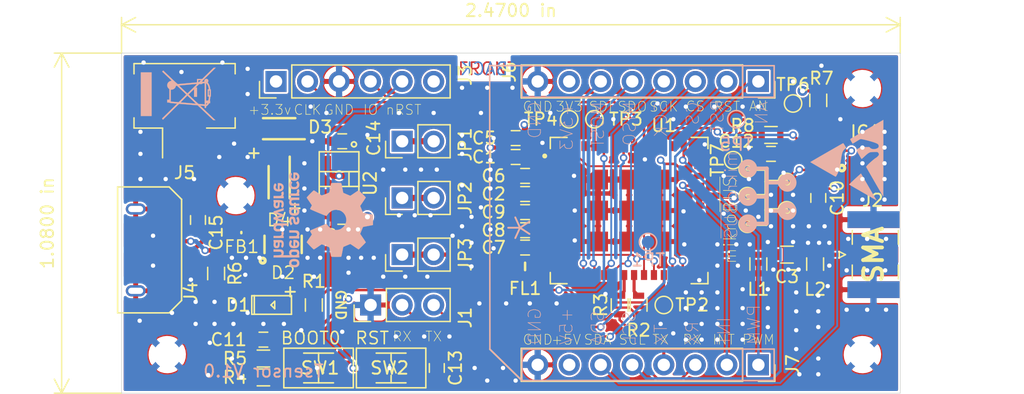
<source format=kicad_pcb>
(kicad_pcb (version 20171130) (host pcbnew "(5.1.5)-3")
  (layers (0 F.Cu signal) (1 In1.Cu power) (2 In2.Cu power) (31 B.Cu signal) (34 B.Paste user) (35 F.Paste user) (36 B.SilkS user) (37 F.SilkS user) (38 B.Mask user) (39 F.Mask user) (44 Edge.Cuts user))
  (net 0 "")
  (net 1 GND)
  (net 2 +3V3)
  (net 3 "Net-(C3-Pad2)")
  (net 4 /MCU/ANT)
  (net 5 /MCU/VOUT)
  (net 6 "Net-(C11-Pad1)")
  (net 7 /MCU/MCU_nRST)
  (net 8 +5V)
  (net 9 "Net-(C15-Pad2)")
  (net 10 /MCU/AN)
  (net 11 /MCU/RST)
  (net 12 /MCU/CS)
  (net 13 /MCU/SCK)
  (net 14 /MCU/MISO)
  (net 15 /MCU/MOSI)
  (net 16 /MCU/TRUSTED_SDA)
  (net 17 /MCU/TRUSTED_SCL)
  (net 18 /MCU/TX)
  (net 19 /MCU/RX)
  (net 20 /MCU/INT)
  (net 21 /MCU/PWM)
  (net 22 /MCU/USB_P)
  (net 23 /MCU/USB_N)
  (net 24 "Net-(D2-Pad4)")
  (net 25 "Net-(IC1-Pad2)")
  (net 26 "Net-(IC1-Pad4)")
  (net 27 "Net-(IC1-Pad5)")
  (net 28 "Net-(IC1-Pad6)")
  (net 29 "Net-(IC1-Pad7)")
  (net 30 "Net-(IC1-Pad8)")
  (net 31 /MCU/SDA)
  (net 32 /MCU/SCL)
  (net 33 /MCU/ENA)
  (net 34 "Net-(IC1-Pad20)")
  (net 35 /MCU/SWDIO)
  (net 36 /MCU/SWCLK)
  (net 37 "Net-(J4-Pad4)")
  (net 38 "Net-(R1-Pad1)")
  (net 39 "Net-(R2-Pad1)")
  (net 40 "Net-(R3-Pad1)")
  (net 41 /MCU/BOOT0)
  (net 42 "Net-(U1-Pad8)")
  (net 43 "Net-(U1-Pad9)")
  (net 44 /MCU/PA5)
  (net 45 /MCU/PA4)
  (net 46 "Net-(U1-Pad12)")
  (net 47 "Net-(U1-Pad13)")
  (net 48 /MCU/VDD_TCXO)
  (net 49 "Net-(U1-Pad28)")
  (net 50 "Net-(U1-Pad29)")
  (net 51 "Net-(U1-Pad30)")
  (net 52 "Net-(U1-Pad38)")
  (net 53 "Net-(U1-Pad39)")
  (net 54 "Net-(D3-Pad2)")
  (net 55 "Net-(J3-Pad6)")
  (net 56 VDD_RF)
  (net 57 "Net-(D1-PadANOD)")
  (net 58 "Net-(TP3-Pad1)")
  (module Resistors_SMD:R_0603 (layer F.Cu) (at 136.652 82.296 180)
    (fp_text reference R8 (at 2.286 0.762) (layer F.SilkS))
    (fp_text value 1.69k)
    (pad 1 smd rect (at -0.75 0 180) (size 0.5 0.9) (layers F.Cu F.Paste F.Mask) (net 2 +3V3))
    (pad 2 smd rect (at 0.75 0 180) (size 0.5 0.9) (layers F.Cu F.Paste F.Mask) (net 32 /MCU/SCL))
  )
  (module Resistors_SMD:R_0603 (layer F.Cu) (at 140.462 79.502 90)
    (fp_text reference R7 (at 1.778 0.254 180) (layer F.SilkS))
    (fp_text value 1.69k)
    (pad 1 smd rect (at -0.75 0 90) (size 0.5 0.9) (layers F.Cu F.Paste F.Mask) (net 31 /MCU/SDA))
    (pad 2 smd rect (at 0.75 0 90) (size 0.5 0.9) (layers F.Cu F.Paste F.Mask) (net 2 +3V3))
  )
  (module Symbols:OSHW-Logo_7.5x8mm_SilkScreen (layer B.Cu) (at 100.584 89.154 90)
    (fp_text reference REF*** hide)
    (fp_text value OSHW-Logo_7.5x8mm_SilkScreen hide)
  )
  (module TSens:MIKROBUS_CONN (layer F.Cu) (at 135.636 77.978 270)
    (fp_text reference CON1 hide)
    (fp_text value MIKROBUS_HOST_CONN hide)
    (fp_text user * (at 11.8 18 90) (layer B.SilkS) (effects (font (size 4 3.5)) (justify mirror)))
    (fp_text user PWM (at 19.6248 0.362 90) (layer B.SilkS) (effects (font (thickness 0.05)) (justify mirror)))
    (fp_text user INT (at 20.1248 2.775 90) (layer B.SilkS) (effects (font (thickness 0.05)) (justify mirror)))
    (fp_text user RX (at 20.291466 5.315 90) (layer B.SilkS) (effects (font (thickness 0.05)) (justify mirror)))
    (fp_text user TX (at 20.410514 7.855 90) (layer B.SilkS) (effects (font (thickness 0.05)) (justify mirror)))
    (fp_text user SCL (at 19.886704 10.395 90) (layer B.SilkS) (effects (font (thickness 0.05)) (justify mirror)))
    (fp_text user SDA (at 19.862895 12.935 90) (layer B.SilkS) (effects (font (thickness 0.05)) (justify mirror)))
    (fp_text user +5V (at 19.743847 15.475 90) (layer B.SilkS) (effects (font (thickness 0.05)) (justify mirror)))
    (fp_text user GND (at 19.743847 18.015 90) (layer B.SilkS) (effects (font (thickness 0.05)) (justify mirror)))
    (fp_text user GND (at 3.119619 18.015 90) (layer B.SilkS) (effects (font (thickness 0.05)) (justify mirror)))
    (fp_text user +3V3 (at 3.59581 15.4496 90) (layer B.SilkS) (effects (font (thickness 0.05)) (justify mirror)))
    (fp_text user MOSI (at 3.405334 12.935 90) (layer B.SilkS) (effects (font (thickness 0.05)) (justify mirror)))
    (fp_text user MISO (at 3.405334 10.3696 90) (layer B.SilkS) (effects (font (thickness 0.05)) (justify mirror)))
    (fp_text user SCK (at 3.072 7.855 90) (layer B.SilkS) (effects (font (thickness 0.05)) (justify mirror)))
    (fp_text user CS (at 2.572 5.2896 90) (layer B.SilkS) (effects (font (thickness 0.05)) (justify mirror)))
    (fp_text user RST (at 2.794 3.302 90) (layer B.SilkS) (effects (font (thickness 0.05)) (justify mirror)))
    (fp_text user AN (at 2.548191 -0.254 90) (layer B.SilkS) (effects (font (thickness 0.05)) (justify mirror)))
    (fp_text user mikro~BUS (at 9.168 2.194 90) (layer B.SilkS) (effects (font (thickness 0.05)) (justify mirror)))
    (fp_text user mikro~BUS (at 11.176 2.286 90) (layer F.SilkS) (effects (font (thickness 0.05))))
    (fp_text user PWM (at 20.828 0) (layer F.SilkS) (effects (font (size 0.8 0.8) (thickness 0.05))))
    (fp_text user INT (at 20.828 2.794) (layer F.SilkS) (effects (font (size 0.8 0.8) (thickness 0.05))))
    (fp_text user RX (at 20.828 5.334 180) (layer F.SilkS) (effects (font (size 0.8 0.8) (thickness 0.05))))
    (fp_text user TX (at 20.828 7.874 180) (layer F.SilkS) (effects (font (size 0.8 0.8) (thickness 0.05))))
    (fp_text user SCL (at 20.828 10.16) (layer F.SilkS) (effects (font (size 0.8 0.8) (thickness 0.05))))
    (fp_text user SDA (at 20.828 12.954) (layer F.SilkS) (effects (font (size 0.8 0.8) (thickness 0.05))))
    (fp_text user +5V (at 20.828 15.494) (layer F.SilkS) (effects (font (size 0.8 0.8) (thickness 0.05))))
    (fp_text user GND (at 20.828 17.78) (layer F.SilkS) (effects (font (size 0.8 0.8) (thickness 0.05))))
    (fp_text user GND (at 2.032 17.78) (layer F.SilkS) (effects (font (size 0.8 0.8) (thickness 0.05))))
    (fp_text user 3V3 (at 2.032 15.24) (layer F.SilkS) (effects (font (size 0.8 0.8) (thickness 0.05))))
    (fp_text user SDI (at 2.032 12.7) (layer F.SilkS) (effects (font (size 0.8 0.8) (thickness 0.05))))
    (fp_text user SDO (at 2.032 10.16) (layer F.SilkS) (effects (font (size 0.8 0.8) (thickness 0.05))))
    (fp_text user SCK (at 2.032 7.62) (layer F.SilkS) (effects (font (size 0.8 0.8) (thickness 0.05))))
    (fp_text user CS (at 2.00819 5.08) (layer F.SilkS) (effects (font (size 0.8 0.8) (thickness 0.05))))
    (fp_text user RST (at 2.032 2.54) (layer F.SilkS) (effects (font (size 0.8 0.8) (thickness 0.05))))
    (fp_text user AN (at 1.984381 0) (layer F.SilkS) (effects (font (size 0.8 0.8) (thickness 0.05))))
  )
  (module Symbols:WEEE-Logo_4.2x6mm_SilkScreen (layer B.Cu) (at 88.9 78.994 90)
    (fp_text reference REF*** hide)
    (fp_text value WEEE-Logo_4.2x6mm_SilkScreen hide)
  )
  (module Symbols:ESD-Logo_6.6x6mm_SilkScreen (layer B.Cu) (at 142.748 84.328 270)
    (fp_text reference REF*** hide)
    (fp_text value ESD-Logo_6.6x6mm_SilkScreen hide)
  )
  (module "Test points:TestPoint_Pad_D1.0mm" (layer F.Cu) (at 133.604 84.328)
    (fp_text reference TP7 (at -1.27 0 90) (layer F.SilkS))
    (fp_text value TestPoint)
    (pad 1 smd circle (at 0 0) (size 1 1) (layers F.Cu F.Mask) (net 32 /MCU/SCL))
  )
  (module "Test points:TestPoint_Pad_D1.0mm" (layer F.Cu) (at 138.43 79.756)
    (fp_text reference TP6 (at 0 -1.524) (layer F.SilkS))
    (fp_text value TestPoint)
    (pad 1 smd circle (at 0 0) (size 1 1) (layers F.Cu F.Mask) (net 31 /MCU/SDA))
  )
  (module "Test points:TestPoint_Pad_D1.0mm" (layer B.Cu) (at 133.858 81.026)
    (fp_text reference TP5 (at 0 2.032) (layer B.SilkS) (effects (justify mirror)))
    (fp_text value TestPoint)
    (pad 1 smd circle (at 0 0) (size 1 1) (layers B.Cu B.Mask) (net 33 /MCU/ENA))
  )
  (module "Test points:TestPoint_Pad_D1.0mm" (layer F.Cu) (at 120.396 81.026)
    (fp_text reference TP4 (at -2.286 0) (layer F.SilkS))
    (fp_text value TestPoint)
    (pad 1 smd circle (at 0 0) (size 1 1) (layers F.Cu F.Mask) (net 48 /MCU/VDD_TCXO))
  )
  (module "Test points:TestPoint_Pad_D1.0mm" (layer F.Cu) (at 122.428 81.026)
    (fp_text reference TP3 (at 2.54 0) (layer F.SilkS))
    (fp_text value TestPoint)
    (pad 1 smd circle (at 0 0) (size 1 1) (layers F.Cu F.Mask) (net 58 "Net-(TP3-Pad1)"))
  )
  (module "Test points:TestPoint_Pad_D1.0mm" (layer F.Cu) (at 128.016 96.012)
    (fp_text reference TP2 (at 2.286 0) (layer F.SilkS))
    (fp_text value TestPoint)
    (pad 1 smd circle (at 0 0) (size 1 1) (layers F.Cu F.Mask) (net 45 /MCU/PA4))
  )
  (module "Test points:TestPoint_Pad_D1.0mm" (layer B.Cu) (at 126.746 90.932)
    (fp_text reference TP1 (at 0 1.448) (layer B.SilkS) (effects (justify mirror)))
    (fp_text value TestPoint)
    (pad 1 smd circle (at 0 0) (size 1 1) (layers B.Cu B.Mask) (net 44 /MCU/PA5))
  )
  (module MF_LEDs:MF_LEDs-LED0603 (layer F.Cu) (at 96.52 96.012)
    (fp_text reference D1 (at -2.794 0) (layer F.SilkS) (effects (font (size 1.016 1.016) (thickness 0.1524))))
    (fp_text value LED_SINGLE-0603-RED hide)
    (pad CATH smd rect (at -0.7493 0) (size 0.79756 0.79756) (layers F.Cu F.Paste F.Mask) (net 1 GND))
    (pad ANOD smd rect (at 0.7493 0) (size 0.79756 0.79756) (layers F.Cu F.Paste F.Mask) (net 57 "Net-(D1-PadANOD)"))
  )
  (module Connector_PinSocket_2.54mm:PinSocket_1x08_P2.54mm_Vertical (layer F.Cu) (at 135.636 100.838 270)
    (fp_text reference J7 (at 0 -2.77 90) (layer F.SilkS))
    (fp_text value Conn_01x08)
    (pad 8 thru_hole oval (at 0 17.78 270) (size 1.7 1.7) (drill 1) (layers *.Cu *.Mask) (net 1 GND))
    (pad 7 thru_hole oval (at 0 15.24 270) (size 1.7 1.7) (drill 1) (layers *.Cu *.Mask) (net 8 +5V))
    (pad 6 thru_hole oval (at 0 12.7 270) (size 1.7 1.7) (drill 1) (layers *.Cu *.Mask) (net 16 /MCU/TRUSTED_SDA))
    (pad 5 thru_hole oval (at 0 10.16 270) (size 1.7 1.7) (drill 1) (layers *.Cu *.Mask) (net 17 /MCU/TRUSTED_SCL))
    (pad 4 thru_hole oval (at 0 7.62 270) (size 1.7 1.7) (drill 1) (layers *.Cu *.Mask) (net 18 /MCU/TX))
    (pad 3 thru_hole oval (at 0 5.08 270) (size 1.7 1.7) (drill 1) (layers *.Cu *.Mask) (net 19 /MCU/RX))
    (pad 2 thru_hole oval (at 0 2.54 270) (size 1.7 1.7) (drill 1) (layers *.Cu *.Mask) (net 20 /MCU/INT))
    (pad 1 thru_hole rect (at 0 0 270) (size 1.7 1.7) (drill 1) (layers *.Cu *.Mask) (net 21 /MCU/PWM))
  )
  (module Connector_PinSocket_2.54mm:PinSocket_1x08_P2.54mm_Vertical (layer F.Cu) (at 135.636 77.978 270)
    (fp_text reference J6 (at -0.762 20.066 90) (layer F.SilkS))
    (fp_text value Conn_01x08)
    (pad 8 thru_hole oval (at 0 17.78 270) (size 1.7 1.7) (drill 1) (layers *.Cu *.Mask) (net 1 GND))
    (pad 7 thru_hole oval (at 0 15.24 270) (size 1.7 1.7) (drill 1) (layers *.Cu *.Mask) (net 5 /MCU/VOUT))
    (pad 6 thru_hole oval (at 0 12.7 270) (size 1.7 1.7) (drill 1) (layers *.Cu *.Mask) (net 15 /MCU/MOSI))
    (pad 5 thru_hole oval (at 0 10.16 270) (size 1.7 1.7) (drill 1) (layers *.Cu *.Mask) (net 14 /MCU/MISO))
    (pad 4 thru_hole oval (at 0 7.62 270) (size 1.7 1.7) (drill 1) (layers *.Cu *.Mask) (net 13 /MCU/SCK))
    (pad 3 thru_hole oval (at 0 5.08 270) (size 1.7 1.7) (drill 1) (layers *.Cu *.Mask) (net 12 /MCU/CS))
    (pad 2 thru_hole oval (at 0 2.54 270) (size 1.7 1.7) (drill 1) (layers *.Cu *.Mask) (net 11 /MCU/RST))
    (pad 1 thru_hole rect (at 0 0 270) (size 1.7 1.7) (drill 1) (layers *.Cu *.Mask) (net 10 /MCU/AN))
  )
  (module MF_IC_Power:MF_IC_Power-SOT-23-5 (layer F.Cu) (at 101.854 85.852 270)
    (fp_text reference U2 (at 0.33782 -2.50698 90) (layer F.SilkS) (effects (font (size 1.016 1.016) (thickness 0.1524))))
    (fp_text value TLV70233PDBVR)
    (pad 5 smd rect (at 1.34874 -0.94996 270) (size 1.04902 0.59944) (layers F.Cu F.Paste F.Mask) (net 2 +3V3))
    (pad 4 smd rect (at 1.34874 0.94996 270) (size 1.04902 0.59944) (layers F.Cu F.Paste F.Mask))
    (pad 3 smd rect (at -1.34874 0.94996 270) (size 1.04902 0.59944) (layers F.Cu F.Paste F.Mask) (net 8 +5V))
    (pad 2 smd rect (at -1.34874 0 270) (size 1.04902 0.59944) (layers F.Cu F.Paste F.Mask) (net 1 GND))
    (pad 1 smd rect (at -1.34874 -0.94996 270) (size 1.04902 0.59944) (layers F.Cu F.Paste F.Mask) (net 8 +5V))
  )
  (module MF_Switches:MF_Switches-TACT4.2MM (layer F.Cu) (at 106.045 101.092 180)
    (fp_text reference SW2 (at 0.127 0) (layer F.SilkS) (effects (font (size 1.016 1.016) (thickness 0.1524))))
    (fp_text value TACT_4.2MM)
    (pad 4 smd rect (at 2.07264 1.07442 270) (size 0.6477 1.04902) (layers F.Cu F.Paste F.Mask) (net 1 GND))
    (pad 3 smd rect (at -2.07264 1.07442 270) (size 0.6477 1.04902) (layers F.Cu F.Paste F.Mask) (net 1 GND))
    (pad 2 smd rect (at 2.07264 -1.07442 270) (size 0.6477 1.04902) (layers F.Cu F.Paste F.Mask) (net 7 /MCU/MCU_nRST))
    (pad 1 smd rect (at -2.07264 -1.07442 270) (size 0.6477 1.04902) (layers F.Cu F.Paste F.Mask) (net 7 /MCU/MCU_nRST))
  )
  (module MF_Switches:MF_Switches-TACT4.2MM (layer F.Cu) (at 100.203 101.092 180)
    (fp_text reference SW1 (at -0.127 0) (layer F.SilkS) (effects (font (size 1.016 1.016) (thickness 0.1524))))
    (fp_text value TACT_4.2MM)
    (pad 4 smd rect (at 2.07264 1.07442 270) (size 0.6477 1.04902) (layers F.Cu F.Paste F.Mask) (net 41 /MCU/BOOT0))
    (pad 3 smd rect (at -2.07264 1.07442 270) (size 0.6477 1.04902) (layers F.Cu F.Paste F.Mask) (net 41 /MCU/BOOT0))
    (pad 2 smd rect (at 2.07264 -1.07442 270) (size 0.6477 1.04902) (layers F.Cu F.Paste F.Mask) (net 2 +3V3))
    (pad 1 smd rect (at -2.07264 -1.07442 270) (size 0.6477 1.04902) (layers F.Cu F.Paste F.Mask) (net 2 +3V3))
  )
  (module MF_Connectors:MF_Connectors-MICROUSB-RIGHT (layer F.Cu) (at 86.868 91.567 270)
    (fp_text reference J4 (at 3.429 -3.048 90) (layer F.SilkS) (effects (font (size 1.016 1.016) (thickness 0.1524))))
    (fp_text value USB_MICRO_RIGHT)
    (pad 1 smd rect (at -1.29794 -1.27 90) (size 0.39878 1.34874) (layers F.Cu F.Paste F.Mask) (net 9 "Net-(C15-Pad2)") (clearance 0.127))
    (pad 2 smd rect (at -0.6477 -1.27 90) (size 0.39878 1.34874) (layers F.Cu F.Paste F.Mask) (net 23 /MCU/USB_N) (clearance 0.127))
    (pad 3 smd rect (at 0 -1.27 90) (size 0.39878 1.34874) (layers F.Cu F.Paste F.Mask) (net 22 /MCU/USB_P) (clearance 0.127))
    (pad 4 smd rect (at 0.6477 -1.27 90) (size 0.39878 1.34874) (layers F.Cu F.Paste F.Mask) (net 37 "Net-(J4-Pad4)") (clearance 0.127))
    (pad 5 smd rect (at 1.29794 -1.27 90) (size 0.39878 1.34874) (layers F.Cu F.Paste F.Mask) (net 1 GND) (clearance 0.127))
    (pad S1 smd oval (at -3.29946 1.39954 90) (size 0.89916 1.59766) (layers F.Cu F.Paste F.Mask) (net 1 GND))
    (pad S2 smd oval (at 3.29946 1.39954 90) (size 0.89916 1.59766) (layers F.Cu F.Paste F.Mask) (net 1 GND))
    (pad S3 smd rect (at -3.19786 -1.27) (size 1.39954 1.59766) (layers F.Cu F.Paste F.Mask) (net 1 GND))
    (pad S4 smd rect (at 3.19786 -1.27) (size 1.39954 1.59766) (layers F.Cu F.Paste F.Mask) (net 1 GND))
    (pad S5 smd rect (at -1.19888 1.40462 270) (size 1.89992 1.89992) (layers F.Cu F.Paste F.Mask) (net 1 GND))
    (pad S6 smd rect (at 1.19888 1.40462 270) (size 1.89992 1.89992) (layers F.Cu F.Paste F.Mask) (net 1 GND))
    (pad S7 smd oval (at -3.29946 1.39954 90) (size 0.89916 1.59766) (layers B.Cu B.Mask))
    (pad S8 smd oval (at 3.29946 1.39954 90) (size 0.89916 1.59766) (layers B.Cu B.Mask))
    (pad SLOT thru_hole oval (at -3.3 1.4 270) (size 0.5 1.2) (drill oval 0.5 1.2) (layers *.Cu *.Mask) (clearance 0.000003))
    (pad SLOT thru_hole oval (at 3.3 1.4 270) (size 0.5 1.2) (drill oval 0.5 1.2) (layers *.Cu *.Mask) (clearance 0.000003))
  )
  (module Connector_Coaxial:SMA_Samtec_SMA-J-P-X-ST-EM1_EdgeMount (layer F.Cu) (at 144.91 91.95 90)
    (fp_text reference J2 (at 4.3815 -0.0635 180) (layer F.SilkS))
    (fp_text value SMA (at 0 0 90) (layer F.SilkS) (effects (font (size 1.524 1.524) (thickness 0.3048))))
    (pad 1 smd rect (at 0 0.2 90) (size 1.27 3.6) (layers F.Cu F.Paste F.Mask) (net 3 "Net-(C3-Pad2)"))
    (pad 2 smd rect (at 2.825 0 90) (size 1.35 4.2) (layers F.Cu F.Paste F.Mask) (net 1 GND))
    (pad 2 smd rect (at -2.825 0 90) (size 1.35 4.2) (layers F.Cu F.Paste F.Mask) (net 1 GND))
    (pad 2 smd rect (at 2.825 0 90) (size 1.35 4.2) (layers B.Cu B.Paste B.Mask) (net 1 GND))
    (pad 2 smd rect (at -2.825 0 90) (size 1.35 4.2) (layers B.Cu B.Paste B.Mask) (net 1 GND))
  )
  (module Connectors_JST:JST_PH_B2B-PH-SM4-TB_02x2.00mm_Straight (layer F.Cu) (at 89.408 80.264)
    (fp_text reference J5 (at 0 5.08) (layer F.SilkS))
    (fp_text value Battery)
    (pad 1 smd rect (at -1 1.125) (size 1 5.5) (layers F.Cu F.Paste F.Mask) (net 1 GND))
    (pad 2 smd rect (at 1 1.125) (size 1 5.5) (layers F.Cu F.Paste F.Mask) (net 54 "Net-(D3-Pad2)"))
    (pad "" smd rect (at -3.4 -1.125) (size 1.6 3) (layers F.Cu F.Paste F.Mask))
    (pad "" smd rect (at 3.4 -1.125) (size 1.6 3) (layers F.Cu F.Paste F.Mask))
  )
  (module Mounting_Holes:MountingHole_2.2mm_M2 (layer F.Cu) (at 93.5355 87.1855)
    (fp_text reference H4 hide)
    (fp_text value MountingHole_Pad)
    (pad 1 np_thru_hole circle (at 0 0) (size 2.2 2.2) (drill 2.2) (layers *.Cu *.Mask) (net 1 GND))
  )
  (module Mounting_Holes:MountingHole_2.2mm_M2 (layer F.Cu) (at 144.018 78.5495)
    (fp_text reference H3 hide)
    (fp_text value MountingHole_Pad)
    (pad 1 np_thru_hole circle (at 0 0) (size 2.2 2.2) (drill 2.2) (layers *.Cu *.Mask) (net 1 GND))
  )
  (module Mounting_Holes:MountingHole_2.2mm_M2 (layer F.Cu) (at 144.018 100.0125)
    (fp_text reference H2 hide)
    (fp_text value MountingHole_Pad)
    (pad 1 np_thru_hole circle (at 0 0) (size 2.2 2.2) (drill 2.2) (layers *.Cu *.Mask) (net 1 GND))
  )
  (module Mounting_Holes:MountingHole_2.2mm_M2 (layer F.Cu) (at 88.011 100.0125)
    (fp_text reference H1 hide)
    (fp_text value MountingHole_Pad)
    (pad 1 np_thru_hole circle (at 0 0) (size 2.2 2.2) (drill 2.2) (layers *.Cu *.Mask) (net 1 GND))
  )
  (module SamacSys_Parts:BEADC0603X33N (layer F.Cu) (at 93.98 90.17 180)
    (fp_text reference FB1 (at -0.0254 -1.143 180) (layer F.SilkS) (effects (font (thickness 0.125))))
    (fp_text value BK0603HS330-T hide)
    (pad 1 smd rect (at -0.4 0 270) (size 0.4 0.6) (layers F.Cu F.Paste F.Mask) (net 24 "Net-(D2-Pad4)"))
    (pad 2 smd rect (at 0.4 0 270) (size 0.4 0.6) (layers F.Cu F.Paste F.Mask) (net 9 "Net-(C15-Pad2)"))
  )
  (module Inductors_SMD:L_0603 (layer F.Cu) (at 140.208 92.71 270)
    (fp_text reference L2 (at 2.032 0 180) (layer F.SilkS))
    (fp_text value "Not fitted")
    (pad 1 smd rect (at -0.75 0 270) (size 0.5 0.9) (layers F.Cu F.Paste F.Mask) (net 3 "Net-(C3-Pad2)"))
    (pad 2 smd rect (at 0.75 0 270) (size 0.5 0.9) (layers F.Cu F.Paste F.Mask) (net 1 GND))
  )
  (module Inductors_SMD:L_0603 (layer F.Cu) (at 135.636 92.71 270)
    (fp_text reference L1 (at 2.032 0 180) (layer F.SilkS))
    (fp_text value "Not fitted")
    (pad 1 smd rect (at -0.75 0 270) (size 0.5 0.9) (layers F.Cu F.Paste F.Mask) (net 4 /MCU/ANT))
    (pad 2 smd rect (at 0.75 0 270) (size 0.5 0.9) (layers F.Cu F.Paste F.Mask) (net 1 GND))
  )
  (module Resistors_SMD:R_0603 (layer F.Cu) (at 137.942 91.948)
    (fp_text reference C3 (at 0 1.778) (layer F.SilkS))
    (fp_text value 0R)
    (pad 1 smd rect (at -0.75 0) (size 0.5 0.9) (layers F.Cu F.Paste F.Mask) (net 4 /MCU/ANT))
    (pad 2 smd rect (at 0.75 0) (size 0.5 0.9) (layers F.Cu F.Paste F.Mask) (net 3 "Net-(C3-Pad2)"))
  )
  (module Connector_PinHeader_2.54mm:PinHeader_1x02_P2.54mm_Vertical (layer F.Cu) (at 106.934 87.376 90)
    (fp_text reference JP2 (at 0 5.08 90) (layer F.SilkS))
    (fp_text value Jumper_NC_Small)
    (pad 2 thru_hole oval (at 0 2.54 90) (size 1.7 1.7) (drill 1) (layers *.Cu *.Mask) (net 2 +3V3))
    (pad 1 thru_hole rect (at 0 0 90) (size 1.7 1.7) (drill 1) (layers *.Cu *.Mask) (net 2 +3V3))
  )
  (module Connector_PinHeader_2.54mm:PinHeader_1x06_P2.54mm_Vertical (layer F.Cu) (at 96.774 77.978 90)
    (fp_text reference J3 (at 0.508 15.24 90) (layer F.SilkS))
    (fp_text value JTAG)
    (pad 6 thru_hole oval (at 0 12.7 90) (size 1.7 1.7) (drill 1) (layers *.Cu *.Mask) (net 55 "Net-(J3-Pad6)"))
    (pad 5 thru_hole oval (at 0 10.16 90) (size 1.7 1.7) (drill 1) (layers *.Cu *.Mask) (net 7 /MCU/MCU_nRST))
    (pad 4 thru_hole oval (at 0 7.62 90) (size 1.7 1.7) (drill 1) (layers *.Cu *.Mask) (net 35 /MCU/SWDIO))
    (pad 3 thru_hole oval (at 0 5.08 90) (size 1.7 1.7) (drill 1) (layers *.Cu *.Mask) (net 1 GND))
    (pad 2 thru_hole oval (at 0 2.54 90) (size 1.7 1.7) (drill 1) (layers *.Cu *.Mask) (net 36 /MCU/SWCLK))
    (pad 1 thru_hole rect (at 0 0 90) (size 1.7 1.7) (drill 1) (layers *.Cu *.Mask) (net 2 +3V3))
  )
  (module Connector_PinHeader_2.54mm:PinHeader_1x02_P2.54mm_Vertical (layer F.Cu) (at 106.934 91.948 90)
    (fp_text reference JP3 (at 0 5.08 90) (layer F.SilkS))
    (fp_text value Jumper_NC_Small)
    (pad 2 thru_hole oval (at 0 2.54 90) (size 1.7 1.7) (drill 1) (layers *.Cu *.Mask) (net 2 +3V3))
    (pad 1 thru_hole rect (at 0 0 90) (size 1.7 1.7) (drill 1) (layers *.Cu *.Mask) (net 2 +3V3))
  )
  (module Connector_PinHeader_2.54mm:PinHeader_1x02_P2.54mm_Vertical (layer F.Cu) (at 106.934 82.804 90)
    (fp_text reference JP1 (at -0.254 5.08 90) (layer F.SilkS))
    (fp_text value Jumper_NC_Small)
    (pad 2 thru_hole oval (at 0 2.54 90) (size 1.7 1.7) (drill 1) (layers *.Cu *.Mask) (net 2 +3V3))
    (pad 1 thru_hole rect (at 0 0 90) (size 1.7 1.7) (drill 1) (layers *.Cu *.Mask) (net 2 +3V3))
  )
  (module Connector_PinHeader_2.54mm:PinHeader_1x03_P2.54mm_Vertical (layer F.Cu) (at 104.394 96.012 90)
    (fp_text reference J1 (at -1.016 7.62 90) (layer F.SilkS))
    (fp_text value UART)
    (pad 3 thru_hole oval (at 0 5.08 90) (size 1.7 1.7) (drill 1) (layers *.Cu *.Mask) (net 18 /MCU/TX))
    (pad 2 thru_hole oval (at 0 2.54 90) (size 1.7 1.7) (drill 1) (layers *.Cu *.Mask) (net 19 /MCU/RX))
    (pad 1 thru_hole rect (at 0 0 90) (size 1.7 1.7) (drill 1) (layers *.Cu *.Mask) (net 1 GND))
  )
  (module Capacitors_SMD:C_0603 (layer F.Cu) (at 116.84 85.598)
    (fp_text reference C6 (at -2.54 0) (layer F.SilkS))
    (fp_text value 100nF)
    (pad 2 smd rect (at 0.75 0) (size 0.8 0.75) (layers F.Cu F.Paste F.Mask) (net 2 +3V3))
    (pad 1 smd rect (at -0.75 0) (size 0.8 0.75) (layers F.Cu F.Paste F.Mask) (net 1 GND))
  )
  (module Capacitors_SMD:C_0603 (layer F.Cu) (at 116.078 84.074)
    (fp_text reference C1 (at -2.54 0) (layer F.SilkS))
    (fp_text value 10uF)
    (pad 1 smd rect (at -0.75 0) (size 0.8 0.75) (layers F.Cu F.Paste F.Mask) (net 1 GND))
    (pad 2 smd rect (at 0.75 0) (size 0.8 0.75) (layers F.Cu F.Paste F.Mask) (net 2 +3V3))
  )
  (module Capacitors_SMD:C_0603 (layer F.Cu) (at 116.84 87.0585)
    (fp_text reference C2 (at -2.54 0) (layer F.SilkS))
    (fp_text value 100nF)
    (pad 2 smd rect (at 0.75 0) (size 0.8 0.75) (layers F.Cu F.Paste F.Mask) (net 2 +3V3))
    (pad 1 smd rect (at -0.75 0) (size 0.8 0.75) (layers F.Cu F.Paste F.Mask) (net 1 GND))
  )
  (module Capacitors_SMD:C_0603 (layer F.Cu) (at 116.078 82.55)
    (fp_text reference C5 (at -2.54 0) (layer F.SilkS))
    (fp_text value 10uF)
    (pad 1 smd rect (at -0.75 0) (size 0.8 0.75) (layers F.Cu F.Paste F.Mask) (net 1 GND))
    (pad 2 smd rect (at 0.75 0) (size 0.8 0.75) (layers F.Cu F.Paste F.Mask) (net 2 +3V3))
  )
  (module Capacitors_SMD:C_0603 (layer F.Cu) (at 116.84 91.3765)
    (fp_text reference C7 (at -2.54 0) (layer F.SilkS))
    (fp_text value 10uF)
    (pad 2 smd rect (at 0.75 0) (size 0.8 0.75) (layers F.Cu F.Paste F.Mask) (net 56 VDD_RF))
    (pad 1 smd rect (at -0.75 0) (size 0.8 0.75) (layers F.Cu F.Paste F.Mask) (net 1 GND))
  )
  (module Capacitors_SMD:C_0603 (layer F.Cu) (at 116.84 89.9795)
    (fp_text reference C8 (at -2.54 0) (layer F.SilkS))
    (fp_text value 1uF)
    (pad 1 smd rect (at -0.75 0) (size 0.8 0.75) (layers F.Cu F.Paste F.Mask) (net 1 GND))
    (pad 2 smd rect (at 0.75 0) (size 0.8 0.75) (layers F.Cu F.Paste F.Mask) (net 56 VDD_RF))
  )
  (module Capacitors_SMD:C_0603 (layer F.Cu) (at 116.84 88.519)
    (fp_text reference C9 (at -2.54 0) (layer F.SilkS))
    (fp_text value 100nF)
    (pad 2 smd rect (at 0.75 0) (size 0.8 0.75) (layers F.Cu F.Paste F.Mask) (net 56 VDD_RF))
    (pad 1 smd rect (at -0.75 0) (size 0.8 0.75) (layers F.Cu F.Paste F.Mask) (net 1 GND))
  )
  (module Capacitors_SMD:C_0603 (layer F.Cu) (at 140.462 87.376 90)
    (fp_text reference C10 (at 0 1.524 90) (layer F.SilkS))
    (fp_text value 100nF)
    (pad 1 smd rect (at -0.75 0 90) (size 0.8 0.75) (layers F.Cu F.Paste F.Mask) (net 1 GND))
    (pad 2 smd rect (at 0.75 0 90) (size 0.8 0.75) (layers F.Cu F.Paste F.Mask) (net 5 /MCU/VOUT))
  )
  (module Capacitors_SMD:C_0603 (layer F.Cu) (at 95.758 98.806)
    (fp_text reference C11 (at -2.794 0) (layer F.SilkS))
    (fp_text value 100nF)
    (pad 1 smd rect (at -0.75 0) (size 0.8 0.75) (layers F.Cu F.Paste F.Mask) (net 6 "Net-(C11-Pad1)"))
    (pad 2 smd rect (at 0.75 0) (size 0.8 0.75) (layers F.Cu F.Paste F.Mask) (net 2 +3V3))
  )
  (module Capacitors_SMD:C_0603 (layer F.Cu) (at 136.652 83.82 180)
    (fp_text reference C12 (at 2.794 1.016) (layer F.SilkS))
    (fp_text value 100nF)
    (pad 2 smd rect (at 0.75 0 180) (size 0.8 0.75) (layers F.Cu F.Paste F.Mask) (net 1 GND))
    (pad 1 smd rect (at -0.75 0 180) (size 0.8 0.75) (layers F.Cu F.Paste F.Mask) (net 2 +3V3))
  )
  (module Capacitors_SMD:C_0603 (layer F.Cu) (at 109.728 101.092 270)
    (fp_text reference C13 (at 0 -1.5 90) (layer F.SilkS))
    (fp_text value 100nF)
    (pad 2 smd rect (at 0.75 0 270) (size 0.8 0.75) (layers F.Cu F.Paste F.Mask) (net 7 /MCU/MCU_nRST))
    (pad 1 smd rect (at -0.75 0 270) (size 0.8 0.75) (layers F.Cu F.Paste F.Mask) (net 1 GND))
  )
  (module Capacitors_SMD:C_0603 (layer F.Cu) (at 102.108 82.804 180)
    (fp_text reference C14 (at -2.54 0.254 90) (layer F.SilkS))
    (fp_text value 1uF)
    (pad 1 smd rect (at -0.75 0 180) (size 0.8 0.75) (layers F.Cu F.Paste F.Mask) (net 8 +5V))
    (pad 2 smd rect (at 0.75 0 180) (size 0.8 0.75) (layers F.Cu F.Paste F.Mask) (net 1 GND))
  )
  (module Capacitors_SMD:C_0603 (layer F.Cu) (at 90.4875 89.154 270)
    (fp_text reference C15 (at 1.016 -1.4605 270) (layer F.SilkS))
    (fp_text value 10nF)
    (pad 2 smd rect (at 0.75 0 270) (size 0.8 0.75) (layers F.Cu F.Paste F.Mask) (net 9 "Net-(C15-Pad2)"))
    (pad 1 smd rect (at -0.75 0 270) (size 0.8 0.75) (layers F.Cu F.Paste F.Mask) (net 1 GND))
  )
  (module Capacitors_SMD:C_0603 (layer F.Cu) (at 102.108 88.9 180)
    (fp_text reference C17 (at 0 -1.524) (layer F.SilkS))
    (fp_text value 1uF)
    (pad 2 smd rect (at 0.75 0 180) (size 0.8 0.75) (layers F.Cu F.Paste F.Mask) (net 1 GND))
    (pad 1 smd rect (at -0.75 0 180) (size 0.8 0.75) (layers F.Cu F.Paste F.Mask) (net 2 +3V3))
  )
  (module SamacSys_Parts:SOT-143B (layer F.Cu) (at 97.3455 91.1225)
    (fp_text reference D2 (at 0 2.286) (layer F.SilkS) (effects (font (thickness 0.125))))
    (fp_text value PRTR5V0U2X,215 hide)
    (pad 1 smd rect (at -0.75 0.95 90) (size 0.6 1) (layers F.Cu F.Paste F.Mask) (net 1 GND))
    (pad 2 smd rect (at 0.95 0.95 90) (size 0.6 0.6) (layers F.Cu F.Paste F.Mask) (net 23 /MCU/USB_N))
    (pad 3 smd rect (at 0.95 -0.95 90) (size 0.6 0.6) (layers F.Cu F.Paste F.Mask) (net 22 /MCU/USB_P))
    (pad 4 smd rect (at -0.95 -0.95 90) (size 0.6 0.6) (layers F.Cu F.Paste F.Mask) (net 24 "Net-(D2-Pad4)"))
  )
  (module SamacSys_Parts:SODFL3517X110N (layer F.Cu) (at 97.028 81.788 180)
    (fp_text reference D3 (at -3.302 0.127) (layer F.SilkS))
    (fp_text value PMEG2010ER,115 hide)
    (pad 1 smd rect (at -1.375 0 270) (size 0.63 1.37) (layers F.Cu F.Paste F.Mask) (net 8 +5V))
    (pad 2 smd rect (at 1.375 0 270) (size 0.63 1.37) (layers F.Cu F.Paste F.Mask) (net 54 "Net-(D3-Pad2)"))
  )
  (module SamacSys_Parts:SODFL3517X110N (layer F.Cu) (at 97.028 86.106 270)
    (fp_text reference D4 (at 3.048 0 180) (layer F.SilkS) (effects (font (thickness 0.125))))
    (fp_text value PMEG2010ER,115 hide)
    (pad 2 smd rect (at 1.375 0) (size 0.63 1.37) (layers F.Cu F.Paste F.Mask) (net 24 "Net-(D2-Pad4)"))
    (pad 1 smd rect (at -1.375 0) (size 0.63 1.37) (layers F.Cu F.Paste F.Mask) (net 8 +5V))
  )
  (module SamacSys_Parts:BEADC1608X95N (layer F.Cu) (at 116.84 92.9005)
    (fp_text reference FL1 (at 0 1.778) (layer F.SilkS))
    (fp_text value BLM18HG102SN1D hide)
    (pad 1 smd rect (at -0.75 0 90) (size 1 1) (layers F.Cu F.Paste F.Mask) (net 2 +3V3))
    (pad 2 smd rect (at 0.75 0 90) (size 1 1) (layers F.Cu F.Paste F.Mask) (net 56 VDD_RF))
  )
  (module SamacSys_Parts:QFN40P300X300X33-21N-D (layer F.Cu) (at 140.462 83.566 180)
    (fp_text reference IC1 (at -3.81 1.524) (layer F.SilkS))
    (fp_text value SE050C1HQ1_Z01SCZ hide)
    (pad 1 smd rect (at -1.55 -0.8 270) (size 0.2 0.7) (layers F.Cu F.Paste F.Mask) (net 1 GND))
    (pad 2 smd rect (at -1.55 -0.4 270) (size 0.2 0.7) (layers F.Cu F.Paste F.Mask) (net 25 "Net-(IC1-Pad2)"))
    (pad 3 smd rect (at -1.55 0 270) (size 0.2 0.7) (layers F.Cu F.Paste F.Mask) (net 16 /MCU/TRUSTED_SDA))
    (pad 4 smd rect (at -1.55 0.4 270) (size 0.2 0.7) (layers F.Cu F.Paste F.Mask) (net 26 "Net-(IC1-Pad4)"))
    (pad 5 smd rect (at -1.55 0.8 270) (size 0.2 0.7) (layers F.Cu F.Paste F.Mask) (net 27 "Net-(IC1-Pad5)"))
    (pad 6 smd rect (at -0.8 1.55 180) (size 0.2 0.7) (layers F.Cu F.Paste F.Mask) (net 28 "Net-(IC1-Pad6)"))
    (pad 7 smd rect (at -0.4 1.55 180) (size 0.2 0.7) (layers F.Cu F.Paste F.Mask) (net 29 "Net-(IC1-Pad7)"))
    (pad 8 smd rect (at 0 1.55 180) (size 0.2 0.7) (layers F.Cu F.Paste F.Mask) (net 30 "Net-(IC1-Pad8)"))
    (pad 9 smd rect (at 0.4 1.55 180) (size 0.2 0.7) (layers F.Cu F.Paste F.Mask) (net 31 /MCU/SDA))
    (pad 10 smd rect (at 0.8 1.55 180) (size 0.2 0.7) (layers F.Cu F.Paste F.Mask) (net 32 /MCU/SCL))
    (pad 11 smd rect (at 1.55 0.8 270) (size 0.2 0.7) (layers F.Cu F.Paste F.Mask) (net 33 /MCU/ENA))
    (pad 12 smd rect (at 1.55 0.4 270) (size 0.2 0.7) (layers F.Cu F.Paste F.Mask) (net 2 +3V3))
    (pad 13 smd rect (at 1.55 0 270) (size 0.2 0.7) (layers F.Cu F.Paste F.Mask) (net 2 +3V3))
    (pad 14 smd rect (at 1.55 -0.4 270) (size 0.2 0.7) (layers F.Cu F.Paste F.Mask) (net 1 GND))
    (pad 15 smd rect (at 1.55 -0.8 270) (size 0.2 0.7) (layers F.Cu F.Paste F.Mask) (net 5 /MCU/VOUT))
    (pad 16 smd rect (at 0.8 -1.55 180) (size 0.2 0.7) (layers F.Cu F.Paste F.Mask) (net 17 /MCU/TRUSTED_SCL))
    (pad 17 smd rect (at 0.4 -1.55 180) (size 0.2 0.7) (layers F.Cu F.Paste F.Mask) (net 1 GND))
    (pad 18 smd rect (at 0 -1.55 180) (size 0.2 0.7) (layers F.Cu F.Paste F.Mask) (net 5 /MCU/VOUT))
    (pad 19 smd rect (at -0.4 -1.55 180) (size 0.2 0.7) (layers F.Cu F.Paste F.Mask) (net 1 GND))
    (pad 20 smd rect (at -0.8 -1.55 180) (size 0.2 0.7) (layers F.Cu F.Paste F.Mask) (net 34 "Net-(IC1-Pad20)"))
    (pad 21 smd rect (at 0 0 180) (size 1.95 1.95) (layers F.Cu F.Paste F.Mask) (net 1 GND))
  )
  (module Resistors_SMD:R_0603 (layer F.Cu) (at 99.822 96.012 270)
    (fp_text reference R1 (at -1.905 0) (layer F.SilkS))
    (fp_text value 220R)
    (pad 2 smd rect (at 0.75 0 270) (size 0.5 0.9) (layers F.Cu F.Paste F.Mask) (net 57 "Net-(D1-PadANOD)"))
    (pad 1 smd rect (at -0.75 0 270) (size 0.5 0.9) (layers F.Cu F.Paste F.Mask) (net 38 "Net-(R1-Pad1)"))
  )
  (module Resistors_SMD:R_0603 (layer F.Cu) (at 125.984 96.012 270)
    (fp_text reference R2 (at 2.032 0 180) (layer F.SilkS))
    (fp_text value 1k)
    (pad 1 smd rect (at -0.75 0 270) (size 0.5 0.9) (layers F.Cu F.Paste F.Mask) (net 39 "Net-(R2-Pad1)"))
    (pad 2 smd rect (at 0.75 0 270) (size 0.5 0.9) (layers F.Cu F.Paste F.Mask) (net 18 /MCU/TX))
  )
  (module Resistors_SMD:R_0603 (layer F.Cu) (at 124.46 96.012 270)
    (fp_text reference R3 (at 0 1.524 90) (layer F.SilkS))
    (fp_text value 1k)
    (pad 2 smd rect (at 0.75 0 270) (size 0.5 0.9) (layers F.Cu F.Paste F.Mask) (net 19 /MCU/RX))
    (pad 1 smd rect (at -0.75 0 270) (size 0.5 0.9) (layers F.Cu F.Paste F.Mask) (net 40 "Net-(R3-Pad1)"))
  )
  (module Resistors_SMD:R_0603 (layer F.Cu) (at 95.758 101.854 180)
    (fp_text reference R4 (at 2.286 0) (layer F.SilkS))
    (fp_text value 4K7)
    (pad 1 smd rect (at -0.75 0 180) (size 0.5 0.9) (layers F.Cu F.Paste F.Mask) (net 41 /MCU/BOOT0))
    (pad 2 smd rect (at 0.75 0 180) (size 0.5 0.9) (layers F.Cu F.Paste F.Mask) (net 1 GND))
  )
  (module Resistors_SMD:R_0603 (layer F.Cu) (at 95.758 100.33)
    (fp_text reference R5 (at -2.286 0) (layer F.SilkS))
    (fp_text value 100R)
    (pad 2 smd rect (at 0.75 0) (size 0.5 0.9) (layers F.Cu F.Paste F.Mask) (net 41 /MCU/BOOT0))
    (pad 1 smd rect (at -0.75 0) (size 0.5 0.9) (layers F.Cu F.Paste F.Mask) (net 6 "Net-(C11-Pad1)"))
  )
  (module Resistors_SMD:R_0603 (layer F.Cu) (at 91.948 93.472 270)
    (fp_text reference R6 (at 0 -1.524 90) (layer F.SilkS))
    (fp_text value 100k)
    (pad 1 smd rect (at -0.75 0 270) (size 0.5 0.9) (layers F.Cu F.Paste F.Mask) (net 37 "Net-(J4-Pad4)"))
    (pad 2 smd rect (at 0.75 0 270) (size 0.5 0.9) (layers F.Cu F.Paste F.Mask) (net 1 GND))
  )
  (module CMWX1ZZABZ-091:MODULE_CMWX1ZZABZ-091 (layer F.Cu) (at 125.222 88.392)
    (fp_text reference U1 (at 2.794 -6.858) (layer F.SilkS))
    (fp_text value CMWX1ZZABZ-091 hide)
    (fp_poly (pts (xy -1.7 -3.3) (xy -1.7 -1.7) (xy -3.3 -1.7) (xy -3.3 -2.8) (xy -2.8 -3.3)) (layer F.Cu) (width 0.001))
    (pad 6 smd rect (at -5.65 -0.4) (size 0.8 0.5) (layers F.Cu F.Paste F.Mask) (net 56 VDD_RF))
    (pad 5 smd rect (at -5.65 -1.2) (size 0.8 0.5) (layers F.Cu F.Paste F.Mask) (net 2 +3V3))
    (pad 4 smd rect (at -5.65 -2) (size 0.8 0.5) (layers F.Cu F.Paste F.Mask) (net 2 +3V3))
    (pad 3 smd rect (at -5.65 -2.8) (size 0.8 0.5) (layers F.Cu F.Paste F.Mask) (net 1 GND))
    (pad 2 smd rect (at -5.65 -3.6) (size 0.8 0.5) (layers F.Cu F.Paste F.Mask) (net 23 /MCU/USB_N))
    (pad 1 smd rect (at -5.65 -4.4) (size 0.8 0.5) (layers F.Cu F.Paste F.Mask) (net 22 /MCU/USB_P))
    (pad 7 smd rect (at -5.65 0.4) (size 0.8 0.5) (layers F.Cu F.Paste F.Mask) (net 1 GND))
    (pad 8 smd rect (at -5.65 1.2) (size 0.8 0.5) (layers F.Cu F.Paste F.Mask) (net 42 "Net-(U1-Pad8)"))
    (pad 9 smd rect (at -5.65 2) (size 0.8 0.5) (layers F.Cu F.Paste F.Mask) (net 43 "Net-(U1-Pad9)"))
    (pad 10 smd rect (at -5.65 2.8) (size 0.8 0.5) (layers F.Cu F.Paste F.Mask) (net 44 /MCU/PA5))
    (pad 11 smd rect (at -5.65 3.6) (size 0.8 0.5) (layers F.Cu F.Paste F.Mask) (net 45 /MCU/PA4))
    (pad 12 smd rect (at -5.65 4.4) (size 0.8 0.5) (layers F.Cu F.Paste F.Mask) (net 46 "Net-(U1-Pad12)"))
    (pad 13 smd rect (at -4.4 5.2) (size 0.5 0.8) (layers F.Cu F.Paste F.Mask) (net 47 "Net-(U1-Pad13)"))
    (pad 14 smd rect (at -3.6 5.2) (size 0.5 0.8) (layers F.Cu F.Paste F.Mask) (net 15 /MCU/MOSI))
    (pad 15 smd rect (at -2.8 5.2) (size 0.5 0.8) (layers F.Cu F.Paste F.Mask) (net 14 /MCU/MISO))
    (pad 16 smd rect (at -2 5.2) (size 0.5 0.8) (layers F.Cu F.Paste F.Mask) (net 13 /MCU/SCK))
    (pad 17 smd rect (at -1.2 5.2) (size 0.5 0.8) (layers F.Cu F.Paste F.Mask) (net 12 /MCU/CS))
    (pad 18 smd rect (at -0.4 5.2) (size 0.5 0.8) (layers F.Cu F.Paste F.Mask) (net 40 "Net-(R3-Pad1)"))
    (pad 19 smd rect (at 0.4 5.2) (size 0.5 0.8) (layers F.Cu F.Paste F.Mask) (net 39 "Net-(R2-Pad1)"))
    (pad 20 smd rect (at 1.2 5.2) (size 0.5 0.8) (layers F.Cu F.Paste F.Mask) (net 48 /MCU/VDD_TCXO))
    (pad 21 smd rect (at 2 5.2) (size 0.5 0.8) (layers F.Cu F.Paste F.Mask) (net 44 /MCU/PA5))
    (pad 22 smd rect (at 2.8 5.2) (size 0.5 0.8) (layers F.Cu F.Paste F.Mask) (net 45 /MCU/PA4))
    (pad 23 smd rect (at 3.6 5.2) (size 0.5 0.8) (layers F.Cu F.Paste F.Mask) (net 11 /MCU/RST))
    (pad 24 smd rect (at 4.4 5.2) (size 0.5 0.8) (layers F.Cu F.Paste F.Mask) (net 10 /MCU/AN))
    (pad 25 smd rect (at 5.65 4.4) (size 0.8 0.5) (layers F.Cu F.Paste F.Mask) (net 1 GND))
    (pad 26 smd rect (at 5.65 3.6) (size 0.8 0.5) (layers F.Cu F.Paste F.Mask) (net 4 /MCU/ANT))
    (pad 27 smd rect (at 5.65 2.8) (size 0.8 0.5) (layers F.Cu F.Paste F.Mask) (net 1 GND))
    (pad 28 smd rect (at 5.65 2) (size 0.8 0.5) (layers F.Cu F.Paste F.Mask) (net 49 "Net-(U1-Pad28)"))
    (pad 29 smd rect (at 5.65 1.2) (size 0.8 0.5) (layers F.Cu F.Paste F.Mask) (net 50 "Net-(U1-Pad29)"))
    (pad 30 smd rect (at 5.65 0.4) (size 0.8 0.5) (layers F.Cu F.Paste F.Mask) (net 51 "Net-(U1-Pad30)"))
    (pad 31 smd rect (at 5.65 -0.4) (size 0.8 0.5) (layers F.Cu F.Paste F.Mask) (net 2 +3V3))
    (pad 32 smd rect (at 5.65 -1.2) (size 0.8 0.5) (layers F.Cu F.Paste F.Mask) (net 2 +3V3))
    (pad 33 smd rect (at 5.65 -2) (size 0.8 0.5) (layers F.Cu F.Paste F.Mask) (net 20 /MCU/INT))
    (pad 34 smd rect (at 5.65 -2.8) (size 0.8 0.5) (layers F.Cu F.Paste F.Mask) (net 7 /MCU/MCU_nRST))
    (pad 35 smd rect (at 5.65 -3.6) (size 0.8 0.5) (layers F.Cu F.Paste F.Mask) (net 32 /MCU/SCL))
    (pad 36 smd rect (at 5.65 -4.4) (size 0.8 0.5) (layers F.Cu F.Paste F.Mask) (net 31 /MCU/SDA))
    (pad 37 smd rect (at 4.4 -5.2) (size 0.5 0.8) (layers F.Cu F.Paste F.Mask) (net 21 /MCU/PWM))
    (pad 38 smd rect (at 3.6 -5.2) (size 0.5 0.8) (layers F.Cu F.Paste F.Mask) (net 52 "Net-(U1-Pad38)"))
    (pad 39 smd rect (at 2.8 -5.2) (size 0.5 0.8) (layers F.Cu F.Paste F.Mask) (net 53 "Net-(U1-Pad39)"))
    (pad 40 smd rect (at 2 -5.2) (size 0.5 0.8) (layers F.Cu F.Paste F.Mask) (net 33 /MCU/ENA))
    (pad 41 smd rect (at 1.2 -5.2) (size 0.5 0.8) (layers F.Cu F.Paste F.Mask) (net 35 /MCU/SWDIO))
    (pad 42 smd rect (at 0.4 -5.2) (size 0.5 0.8) (layers F.Cu F.Paste F.Mask) (net 36 /MCU/SWCLK))
    (pad 43 smd rect (at -0.4 -5.2) (size 0.5 0.8) (layers F.Cu F.Paste F.Mask) (net 41 /MCU/BOOT0))
    (pad 44 smd rect (at -1.2 -5.2) (size 0.5 0.8) (layers F.Cu F.Paste F.Mask) (net 1 GND))
    (pad 45 smd rect (at -2 -5.2) (size 0.5 0.8) (layers F.Cu F.Paste F.Mask) (net 38 "Net-(R1-Pad1)"))
    (pad 46 smd rect (at -2.8 -5.2) (size 0.5 0.8) (layers F.Cu F.Paste F.Mask) (net 58 "Net-(TP3-Pad1)"))
    (pad 47 smd rect (at -3.6 -5.2) (size 0.5 0.8) (layers F.Cu F.Paste F.Mask) (net 58 "Net-(TP3-Pad1)"))
    (pad 48 smd rect (at -4.4 -5.2) (size 0.5 0.8) (layers F.Cu F.Paste F.Mask) (net 48 /MCU/VDD_TCXO))
    (pad 53 smd rect (at 0 0) (size 1.6 1.6) (layers F.Cu F.Paste F.Mask) (net 1 GND))
    (pad 49 smd rect (at -2.5 -2.5) (size 0.8 0.8) (layers F.Cu F.Paste F.Mask) (net 1 GND))
    (pad 50 smd rect (at 0 -2.5) (size 1.6 1.6) (layers F.Cu F.Paste F.Mask) (net 1 GND))
    (pad 51 smd rect (at 2.5 -2.5) (size 1.6 1.6) (layers F.Cu F.Paste F.Mask) (net 1 GND))
    (pad 52 smd rect (at -2.5 0) (size 1.6 1.6) (layers F.Cu F.Paste F.Mask) (net 1 GND))
    (pad 54 smd rect (at 2.5 0) (size 1.6 1.6) (layers F.Cu F.Paste F.Mask) (net 1 GND))
    (pad 55 smd rect (at -2.5 2.5) (size 1.6 1.6) (layers F.Cu F.Paste F.Mask) (net 1 GND))
    (pad 56 smd rect (at 0 2.5) (size 1.6 1.6) (layers F.Cu F.Paste F.Mask) (net 1 GND))
    (pad 57 smd rect (at 2.5 2.5) (size 1.6 1.6) (layers F.Cu F.Paste F.Mask) (net 1 GND))
  )
  (gr_text + (at 98.298 88.138) (layer F.SilkS) (effects (font (size 1 1))))
  (gr_text nRST (at 107.061 80.264) (layer F.SilkS) (effects (font (size 0.8 0.8) (thickness 0.05))))
  (gr_text IO (at 104.394 80.264) (layer F.SilkS) (effects (font (size 0.8 0.8) (thickness 0.05))))
  (gr_text GND (at 101.854 80.264) (layer F.SilkS) (effects (font (size 0.8 0.8) (thickness 0.05))))
  (gr_text CLK (at 99.314 80.264) (layer F.SilkS) (effects (font (size 0.8 0.8) (thickness 0.05))))
  (gr_text +3.3v (at 96.266 80.264) (layer F.SilkS) (effects (font (size 0.8 0.8) (thickness 0.05))))
  (gr_text GND (at 101.981 96.012 270) (layer F.SilkS) (effects (font (size 0.8 0.8))))
  (gr_text RX (at 106.934 98.552) (layer F.SilkS) (effects (font (size 0.8 0.8) (thickness 0.05))))
  (gr_text TX (at 109.474 98.552) (layer F.SilkS) (effects (font (size 0.8 0.8) (thickness 0.05))))
  (gr_text "Tsensor V1.0" (at 95.758 101.346) (layer B.SilkS) (effects (font (size 1 1)) (justify mirror)))
  (gr_text + (at 97.917 94.869) (layer F.SilkS) (effects (font (size 1 1))))
  (gr_text + (at 94.996 83.693) (layer F.SilkS) (effects (font (size 1 1))))
  (gr_text BACK (at 113.538 76.962) (layer B.Cu) (effects (font (size 1 1) (thickness 0.125)) (justify mirror)))
  (gr_text FRONT (at 113.792 76.962) (layer F.Cu) (effects (font (size 1 1) (thickness 0.125))))
  (gr_text RST (at 104.521 98.679) (layer F.SilkS) (effects (font (size 1 1) (thickness 0.125))))
  (gr_text BOOT0 (at 99.568 98.679) (layer F.SilkS) (effects (font (size 1 1) (thickness 0.125))))
  (dimension 62.738 (width 0.12) (layer F.SilkS) (gr_text "62,738 mm" (at 115.697 72.136) (layer F.SilkS) (effects (font (size 1 1) (thickness 0.15)) hide)) (feature1 (pts (xy 147.066 75.692) (xy 147.066 72.819579))) (feature2 (pts (xy 84.328 75.692) (xy 84.328 72.819579))) (crossbar (pts (xy 84.328 73.406) (xy 147.066 73.406))) (arrow1a (pts (xy 147.066 73.406) (xy 145.939496 73.992421))) (arrow1b (pts (xy 147.066 73.406) (xy 145.939496 72.819579))) (arrow2a (pts (xy 84.328 73.406) (xy 85.454504 73.992421))) (arrow2b (pts (xy 84.328 73.406) (xy 85.454504 72.819579))))
  (dimension 27.432 (width 0.12) (layer F.SilkS) (gr_text "27,432 mm" (at 78.232 89.408 270) (layer F.SilkS) (effects (font (size 1 1) (thickness 0.15)) hide)) (feature1 (pts (xy 84.328 103.124) (xy 78.915579 103.124))) (feature2 (pts (xy 84.328 75.692) (xy 78.915579 75.692))) (crossbar (pts (xy 79.502 75.692) (xy 79.502 103.124))) (arrow1a (pts (xy 79.502 103.124) (xy 78.915579 101.997496))) (arrow1b (pts (xy 79.502 103.124) (xy 80.088421 101.997496))) (arrow2a (pts (xy 79.502 75.692) (xy 78.915579 76.818504))) (arrow2b (pts (xy 79.502 75.692) (xy 80.088421 76.818504))))
  (gr_line (start 147.066 75.692) (end 84.328 75.692) (layer Edge.Cuts) (width 0.05))
  (gr_line (start 147.066 103.124) (end 147.066 75.692) (layer Edge.Cuts) (width 0.05))
  (gr_line (start 84.328 103.124) (end 147.066 103.124) (layer Edge.Cuts) (width 0.05))
  (gr_line (start 84.328 75.692) (end 84.328 103.124) (layer Edge.Cuts) (width 0.05))
  (via (at 93.3958 82.9945) (size 0.6) (drill 0.35) (layers F.Cu B.Cu) (net 1))
  (via (at 92.202 84.074) (size 0.6) (drill 0.35) (layers F.Cu B.Cu) (net 1))
  (via (at 85.852 83.82) (size 0.6) (drill 0.35) (layers F.Cu B.Cu) (net 1))
  (via (at 85.852 82.042) (size 0.6) (drill 0.35) (layers F.Cu B.Cu) (net 1))
  (via (at 92.456 76.454) (size 0.6) (drill 0.35) (layers F.Cu B.Cu) (net 1))
  (via (at 86.106 76.454) (size 0.6) (drill 0.35) (layers F.Cu B.Cu) (net 1))
  (via (at 144.018 84.582) (size 0.6) (drill 0.35) (layers F.Cu B.Cu) (net 1))
  (via (at 144.018 85.852) (size 0.6) (drill 0.35) (layers F.Cu B.Cu) (net 1))
  (via (at 144.018 82.042) (size 0.6) (drill 0.35) (layers F.Cu B.Cu) (net 1))
  (via (at 144.018 83.312) (size 0.6) (drill 0.35) (layers F.Cu B.Cu) (net 1))
  (via (at 144.018 87.503) (size 0.6) (drill 0.35) (layers F.Cu B.Cu) (net 1))
  (via (at 145.796 87.503) (size 0.6) (drill 0.35) (layers F.Cu B.Cu) (net 1))
  (via (at 145.796 85.852) (size 0.6) (drill 0.35) (layers F.Cu B.Cu) (net 1))
  (via (at 145.796 82.042) (size 0.6) (drill 0.35) (layers F.Cu B.Cu) (net 1))
  (via (at 145.796 84.582) (size 0.6) (drill 0.35) (layers F.Cu B.Cu) (net 1))
  (via (at 145.796 83.312) (size 0.6) (drill 0.35) (layers F.Cu B.Cu) (net 1))
  (via (at 142.748 93.218) (size 0.6) (drill 0.35) (layers F.Cu B.Cu) (net 1))
  (via (at 140.462 100.33) (size 0.6) (drill 0.35) (layers F.Cu B.Cu) (net 1))
  (via (at 140.462 96.52) (size 0.6) (drill 0.35) (layers F.Cu B.Cu) (net 1))
  (via (at 140.462 97.79) (size 0.6) (drill 0.35) (layers F.Cu B.Cu) (net 1))
  (via (at 140.462 101.6) (size 0.6) (drill 0.35) (layers F.Cu B.Cu) (net 1))
  (via (at 142.748 96.393) (size 0.6) (drill 0.35) (layers F.Cu B.Cu) (net 1))
  (via (at 138.938 101.6) (size 0.6) (drill 0.35) (layers F.Cu B.Cu) (net 1))
  (via (at 138.684 96.52) (size 0.6) (drill 0.35) (layers F.Cu B.Cu) (net 1))
  (via (at 138.684 99.568) (size 0.6) (drill 0.35) (layers F.Cu B.Cu) (net 1))
  (via (at 138.684 98.044) (size 0.6) (drill 0.35) (layers F.Cu B.Cu) (net 1))
  (via (at 132.334 98.806) (size 0.6) (drill 0.35) (layers F.Cu B.Cu) (net 1))
  (via (at 129.794 98.806) (size 0.6) (drill 0.35) (layers F.Cu B.Cu) (net 1))
  (via (at 131.064 98.806) (size 0.6) (drill 0.35) (layers F.Cu B.Cu) (net 1))
  (via (at 134.366 98.806) (size 0.6) (drill 0.35) (layers F.Cu B.Cu) (net 1))
  (via (at 134.366 97.536) (size 0.6) (drill 0.35) (layers F.Cu B.Cu) (net 1))
  (via (at 129.794 97.536) (size 0.6) (drill 0.35) (layers F.Cu B.Cu) (net 1))
  (via (at 132.334 97.536) (size 0.6) (drill 0.35) (layers F.Cu B.Cu) (net 1))
  (via (at 131.064 97.536) (size 0.6) (drill 0.35) (layers F.Cu B.Cu) (net 1))
  (via (at 120.8405 88.392) (size 0.6) (drill 0.35) (layers F.Cu B.Cu) (net 1))
  (via (at 120.8405 90.805) (size 0.6) (drill 0.35) (layers F.Cu B.Cu) (net 1))
  (via (at 129.667 91.1225) (size 0.6) (drill 0.35) (layers F.Cu B.Cu) (net 1))
  (via (at 129.6035 88.4555) (size 0.6) (drill 0.35) (layers F.Cu B.Cu) (net 1))
  (via (at 130.8735 94.0054) (size 0.6) (drill 0.35) (layers F.Cu B.Cu) (net 1))
  (via (at 136.398 94.742) (size 0.6) (drill 0.35) (layers F.Cu B.Cu) (net 1))
  (via (at 141.224 94.488) (size 0.6) (drill 0.35) (layers F.Cu B.Cu) (net 1))
  (via (at 132.334 91.1225) (size 0.6) (drill 0.35) (layers F.Cu B.Cu) (net 1))
  (via (at 132.334 92.837) (size 0.6) (drill 0.35) (layers F.Cu B.Cu) (net 1))
  (via (at 133.858 91.1225) (size 0.6) (drill 0.35) (layers F.Cu B.Cu) (net 1))
  (via (at 133.985 92.837) (size 0.6) (drill 0.35) (layers F.Cu B.Cu) (net 1))
  (via (at 136.398 90.932) (size 0.6) (drill 0.35) (layers F.Cu B.Cu) (net 1))
  (via (at 136.8425 93.1545) (size 0.6) (drill 0.35) (layers F.Cu B.Cu) (net 1))
  (via (at 138.8745 93.1545) (size 0.6) (drill 0.35) (layers F.Cu B.Cu) (net 1))
  (via (at 138.43 90.932) (size 0.6) (drill 0.35) (layers F.Cu B.Cu) (net 1))
  (via (at 139.6365 90.9955) (size 0.6) (drill 0.35) (layers F.Cu B.Cu) (net 1))
  (via (at 140.5255 90.9955) (size 0.6) (drill 0.35) (layers F.Cu B.Cu) (net 1))
  (via (at 93.218 92.202) (size 0.6) (drill 0.35) (layers F.Cu B.Cu) (net 1))
  (via (at 94.361 92.202) (size 0.6) (drill 0.35) (layers F.Cu B.Cu) (net 1))
  (via (at 95.4405 92.202) (size 0.6) (drill 0.35) (layers F.Cu B.Cu) (net 1))
  (via (at 99.314 92.202) (size 0.6) (drill 0.35) (layers F.Cu B.Cu) (net 1))
  (via (at 100.33 92.202) (size 0.6) (drill 0.35) (layers F.Cu B.Cu) (net 1))
  (via (at 99.314 89.916) (size 0.6) (drill 0.35) (layers F.Cu B.Cu) (net 1))
  (via (at 100.33 89.916) (size 0.6) (drill 0.35) (layers F.Cu B.Cu) (net 1))
  (via (at 102.616 89.916) (size 0.6) (drill 0.35) (layers F.Cu B.Cu) (net 1))
  (via (at 102.616 92.202) (size 0.6) (drill 0.35) (layers F.Cu B.Cu) (net 1))
  (via (at 103.632 92.202) (size 0.6) (drill 0.35) (layers F.Cu B.Cu) (net 1))
  (via (at 104.648 92.202) (size 0.6) (drill 0.35) (layers F.Cu B.Cu) (net 1))
  (via (at 103.378 89.916) (size 0.6) (drill 0.35) (layers F.Cu B.Cu) (net 1))
  (via (at 97.282 89.916) (size 0.6) (drill 0.35) (layers F.Cu B.Cu) (net 1))
  (via (at 106.68 88.773) (size 0.6) (drill 0.35) (layers F.Cu B.Cu) (net 1))
  (via (at 107.95 88.773) (size 0.6) (drill 0.35) (layers F.Cu B.Cu) (net 1))
  (via (at 109.22 88.773) (size 0.6) (drill 0.35) (layers F.Cu B.Cu) (net 1))
  (via (at 110.998 90.424) (size 0.6) (drill 0.35) (layers F.Cu B.Cu) (net 1))
  (via (at 111.76 89.662) (size 0.6) (drill 0.35) (layers F.Cu B.Cu) (net 1))
  (via (at 112.522 88.9) (size 0.6) (drill 0.35) (layers F.Cu B.Cu) (net 1))
  (via (at 113.284 88.138) (size 0.6) (drill 0.35) (layers F.Cu B.Cu) (net 1))
  (via (at 111.76 86.36) (size 0.6) (drill 0.35) (layers F.Cu B.Cu) (net 1))
  (via (at 114.046 86.614) (size 0.6) (drill 0.35) (layers F.Cu B.Cu) (net 1))
  (via (at 114.046 85.852) (size 0.6) (drill 0.35) (layers F.Cu B.Cu) (net 1))
  (via (at 114.046 85.09) (size 0.6) (drill 0.35) (layers F.Cu B.Cu) (net 1))
  (via (at 114.046 84.328) (size 0.6) (drill 0.35) (layers F.Cu B.Cu) (net 1))
  (via (at 111.76 83.82) (size 0.6) (drill 0.35) (layers F.Cu B.Cu) (net 1))
  (via (at 111.76 83.058) (size 0.6) (drill 0.35) (layers F.Cu B.Cu) (net 1))
  (via (at 111.76 82.296) (size 0.6) (drill 0.35) (layers F.Cu B.Cu) (net 1))
  (via (at 113.284 80.518) (size 0.6) (drill 0.35) (layers F.Cu B.Cu) (net 1))
  (via (at 118.872 80.518) (size 0.6) (drill 0.35) (layers F.Cu B.Cu) (net 1))
  (via (at 118.237 82.931) (size 0.6) (drill 0.35) (layers F.Cu B.Cu) (net 1))
  (via (at 89.916 93.9673) (size 0.6) (drill 0.35) (layers F.Cu B.Cu) (net 1))
  (via (at 91.821 95.758) (size 0.6) (drill 0.35) (layers F.Cu B.Cu) (net 1))
  (via (at 93.98 101.854) (size 0.6) (drill 0.35) (layers F.Cu B.Cu) (net 1))
  (via (at 141.986 85.09) (size 0.6) (drill 0.35) (layers F.Cu B.Cu) (net 1))
  (via (at 99.695 82.804) (size 0.6) (drill 0.35) (layers F.Cu B.Cu) (net 1))
  (via (at 134.874 83.312) (size 0.6) (drill 0.35) (layers F.Cu B.Cu) (net 1))
  (via (at 113.157 95.885) (size 0.6) (drill 0.35) (layers F.Cu B.Cu) (net 1))
  (via (at 115.316 95.885) (size 0.6) (drill 0.35) (layers F.Cu B.Cu) (net 1))
  (via (at 117.221 95.885) (size 0.6) (drill 0.35) (layers F.Cu B.Cu) (net 1))
  (via (at 119.38 95.885) (size 0.6) (drill 0.35) (layers F.Cu B.Cu) (net 1))
  (via (at 100.076 101.092) (size 0.6) (drill 0.35) (layers F.Cu B.Cu) (net 1))
  (segment (start 122.722 88.392) (end 122.722 85.892) (width 0.5) (layer F.Cu) (net 1))
  (segment (start 122.722 85.892) (end 125.222 85.892) (width 0.5) (layer F.Cu) (net 1))
  (segment (start 121.822 85.892) (end 121.7985 85.9155) (width 0.5) (layer F.Cu) (net 1))
  (segment (start 122.722 85.892) (end 121.822 85.892) (width 0.5) (layer F.Cu) (net 1))
  (segment (start 121.7985 85.9155) (end 121.4755 85.9155) (width 0.5) (layer F.Cu) (net 1))
  (via (at 123.317 95.123) (size 0.6) (drill 0.35) (layers F.Cu B.Cu) (net 1))
  (via (at 126.492 84.2645) (size 0.6) (drill 0.35) (layers F.Cu B.Cu) (net 1))
  (via (at 131.318 83.058) (size 0.6) (drill 0.35) (layers F.Cu B.Cu) (net 1))
  (segment (start 121.152 85.592) (end 120.783 85.592) (width 0.5) (layer F.Cu) (net 1))
  (segment (start 121.4755 85.9155) (end 121.152 85.592) (width 0.5) (layer F.Cu) (net 1))
  (segment (start 120.783 85.592) (end 119.572 85.592) (width 0.5) (layer F.Cu) (net 1))
  (via (at 120.783 85.592) (size 0.6) (drill 0.35) (layers F.Cu B.Cu) (net 1))
  (via (at 145.923 96.393) (size 0.6) (drill 0.35) (layers F.Cu B.Cu) (net 1))
  (via (at 145.85 93.218) (size 0.6) (drill 0.35) (layers F.Cu B.Cu) (net 1))
  (via (at 136.398 96.266) (size 0.6) (drill 0.35) (layers F.Cu B.Cu) (net 1))
  (via (at 136.398 97.79) (size 0.6) (drill 0.35) (layers F.Cu B.Cu) (net 1))
  (via (at 134.366 96.266) (size 0.6) (drill 0.35) (layers F.Cu B.Cu) (net 1))
  (via (at 132.334 96.266) (size 0.6) (drill 0.35) (layers F.Cu B.Cu) (net 1))
  (via (at 131.064 96.266) (size 0.6) (drill 0.35) (layers F.Cu B.Cu) (net 1))
  (via (at 129.794 96.266) (size 0.6) (drill 0.35) (layers F.Cu B.Cu) (net 1))
  (via (at 129.794 94.996) (size 0.6) (drill 0.35) (layers F.Cu B.Cu) (net 1))
  (via (at 131.064 94.996) (size 0.6) (drill 0.35) (layers F.Cu B.Cu) (net 1))
  (via (at 132.334 94.996) (size 0.6) (drill 0.35) (layers F.Cu B.Cu) (net 1))
  (via (at 134.366 94.742) (size 0.6) (drill 0.35) (layers F.Cu B.Cu) (net 1))
  (via (at 138.684 94.996) (size 0.6) (drill 0.35) (layers F.Cu B.Cu) (net 1))
  (via (at 140.462 95.25) (size 0.6) (drill 0.35) (layers F.Cu B.Cu) (net 1))
  (via (at 128.778 98.298) (size 0.6) (drill 0.35) (layers F.Cu B.Cu) (net 1))
  (via (at 127.762 97.536) (size 0.6) (drill 0.35) (layers F.Cu B.Cu) (net 1))
  (via (at 132.842 88.646) (size 0.6) (drill 0.35) (layers F.Cu B.Cu) (net 1))
  (via (at 134.62 88.392) (size 0.6) (drill 0.35) (layers F.Cu B.Cu) (net 1))
  (via (at 136.652 88.392) (size 0.6) (drill 0.35) (layers F.Cu B.Cu) (net 1))
  (via (at 136.652 89.662) (size 0.6) (drill 0.35) (layers F.Cu B.Cu) (net 1))
  (via (at 138.43 89.662) (size 0.6) (drill 0.35) (layers F.Cu B.Cu) (net 1))
  (via (at 138.43 88.392) (size 0.6) (drill 0.35) (layers F.Cu B.Cu) (net 1))
  (via (at 136.652 87.122) (size 0.6) (drill 0.35) (layers F.Cu B.Cu) (net 1))
  (via (at 138.43 87.122) (size 0.6) (drill 0.35) (layers F.Cu B.Cu) (net 1))
  (via (at 139.7 89.662) (size 0.6) (drill 0.35) (layers F.Cu B.Cu) (net 1))
  (via (at 140.97 89.662) (size 0.6) (drill 0.35) (layers F.Cu B.Cu) (net 1))
  (via (at 140.716 76.708) (size 0.6) (drill 0.35) (layers F.Cu B.Cu) (net 1))
  (via (at 138.43 77.978) (size 0.6) (drill 0.35) (layers F.Cu B.Cu) (net 1))
  (via (at 135.636 80.01) (size 0.6) (drill 0.35) (layers F.Cu B.Cu) (net 1))
  (via (at 134.366 80.01) (size 0.6) (drill 0.35) (layers F.Cu B.Cu) (net 1))
  (via (at 132.08 80.01) (size 0.6) (drill 0.35) (layers F.Cu B.Cu) (net 1))
  (via (at 127.508 79.756) (size 0.6) (drill 0.35) (layers F.Cu B.Cu) (net 1))
  (via (at 132.842 85.598) (size 0.6) (drill 0.35) (layers F.Cu B.Cu) (net 1))
  (via (at 134.874 85.852) (size 0.6) (drill 0.35) (layers F.Cu B.Cu) (net 1))
  (via (at 109.728 85.09) (size 0.6) (drill 0.35) (layers F.Cu B.Cu) (net 1))
  (via (at 107.188 85.09) (size 0.6) (drill 0.35) (layers F.Cu B.Cu) (net 1))
  (via (at 108.458 85.09) (size 0.6) (drill 0.35) (layers F.Cu B.Cu) (net 1))
  (via (at 105.41 85.09) (size 0.6) (drill 0.35) (layers F.Cu B.Cu) (net 1))
  (via (at 104.14 82.296) (size 0.6) (drill 0.35) (layers F.Cu B.Cu) (net 1))
  (via (at 99.06 84.582) (size 0.6) (drill 0.35) (layers F.Cu B.Cu) (net 1))
  (via (at 99.06 86.614) (size 0.6) (drill 0.35) (layers F.Cu B.Cu) (net 1))
  (via (at 99.06 88.392) (size 0.6) (drill 0.35) (layers F.Cu B.Cu) (net 1))
  (via (at 109.474 80.518) (size 0.6) (drill 0.35) (layers F.Cu B.Cu) (net 1))
  (via (at 106.68 80.518) (size 0.6) (drill 0.35) (layers F.Cu B.Cu) (net 1))
  (via (at 99.568 80.01) (size 0.6) (drill 0.35) (layers F.Cu B.Cu) (net 1))
  (via (at 100.838 80.518) (size 0.6) (drill 0.35) (layers F.Cu B.Cu) (net 1))
  (via (at 94.488 76.962) (size 0.6) (drill 0.35) (layers F.Cu B.Cu) (net 1))
  (via (at 94.488 78.994) (size 0.6) (drill 0.35) (layers F.Cu B.Cu) (net 1))
  (via (at 94.488 84.074) (size 0.6) (drill 0.35) (layers F.Cu B.Cu) (net 1))
  (via (at 85.7885 97.282) (size 0.6) (drill 0.35) (layers F.Cu B.Cu) (net 1))
  (via (at 88.392 96.647) (size 0.6) (drill 0.35) (layers F.Cu B.Cu) (net 1))
  (via (at 91.821 97.536) (size 0.6) (drill 0.35) (layers F.Cu B.Cu) (net 1))
  (via (at 91.44 99.06) (size 0.6) (drill 0.35) (layers F.Cu B.Cu) (net 1))
  (via (at 91.313 101.6635) (size 0.6) (drill 0.35) (layers F.Cu B.Cu) (net 1))
  (via (at 90.297 97.536) (size 0.6) (drill 0.35) (layers F.Cu B.Cu) (net 1))
  (via (at 93.345 97.536) (size 0.6) (drill 0.35) (layers F.Cu B.Cu) (net 1))
  (via (at 93.218 100.33) (size 0.6) (drill 0.35) (layers F.Cu B.Cu) (net 1))
  (via (at 94.2975 93.5736) (size 0.6) (drill 0.35) (layers F.Cu B.Cu) (net 1))
  (via (at 97.282 93.726) (size 0.6) (drill 0.35) (layers F.Cu B.Cu) (net 1))
  (via (at 99.822 93.726) (size 0.6) (drill 0.35) (layers F.Cu B.Cu) (net 1))
  (via (at 105.41 93.726) (size 0.6) (drill 0.35) (layers F.Cu B.Cu) (net 1))
  (via (at 108.966 93.726) (size 0.6) (drill 0.35) (layers F.Cu B.Cu) (net 1))
  (via (at 107.188 93.726) (size 0.6) (drill 0.35) (layers F.Cu B.Cu) (net 1))
  (via (at 112.776 101.092) (size 0.6) (drill 0.35) (layers F.Cu B.Cu) (net 1))
  (via (at 115.062 101.092) (size 0.6) (drill 0.35) (layers F.Cu B.Cu) (net 1))
  (via (at 116.078 102.108) (size 0.6) (drill 0.35) (layers F.Cu B.Cu) (net 1))
  (via (at 113.792 102.108) (size 0.6) (drill 0.35) (layers F.Cu B.Cu) (net 1))
  (via (at 123.952 81.026) (size 0.6) (drill 0.35) (layers F.Cu B.Cu) (net 1))
  (via (at 112.522 90.9955) (size 0.6) (drill 0.35) (layers F.Cu B.Cu) (net 1))
  (via (at 114.046 89.916) (size 0.6) (drill 0.35) (layers F.Cu B.Cu) (net 1))
  (via (at 114.3 91.44) (size 0.6) (drill 0.35) (layers F.Cu B.Cu) (net 1))
  (via (at 112.522 92.9005) (size 0.6) (drill 0.35) (layers F.Cu B.Cu) (net 1))
  (via (at 106.426 98.552) (size 0.6) (drill 0.35) (layers F.Cu B.Cu) (net 1))
  (via (at 110.744 98.552) (size 0.6) (drill 0.35) (layers F.Cu B.Cu) (net 1))
  (via (at 108.712 98.552) (size 0.6) (drill 0.35) (layers F.Cu B.Cu) (net 1))
  (segment (start 140.062 85.116) (end 140.062 83.966) (width 0.2) (layer F.Cu) (net 1))
  (segment (start 140.062 83.966) (end 140.462 83.566) (width 0.2) (layer F.Cu) (net 1))
  (segment (start 138.912 83.966) (end 140.062 83.966) (width 0.2) (layer F.Cu) (net 1))
  (segment (start 141.262 84.366) (end 140.462 83.566) (width 0.2) (layer F.Cu) (net 1))
  (segment (start 142.012 84.366) (end 141.262 84.366) (width 0.2) (layer F.Cu) (net 1))
  (segment (start 140.862 83.966) (end 140.462 83.566) (width 0.15) (layer F.Cu) (net 1))
  (segment (start 140.862 85.116) (end 140.862 83.966) (width 0.15) (layer F.Cu) (net 1))
  (segment (start 140.462 83.566) (end 140.462 83.566) (width 0.2) (layer F.Cu) (net 1))
  (via (at 137.668 85.344) (size 0.6) (drill 0.35) (layers F.Cu B.Cu) (net 1))
  (via (at 114.3 82.55) (size 0.6) (drill 0.35) (layers F.Cu B.Cu) (net 1))
  (via (at 129.794 80.01) (size 0.6) (drill 0.35) (layers F.Cu B.Cu) (net 1))
  (via (at 128.778 81.026) (size 0.6) (drill 0.35) (layers F.Cu B.Cu) (net 1))
  (via (at 135.636 88.9) (size 0.6) (drill 0.35) (layers F.Cu B.Cu) (net 1))
  (via (at 134.9375 91.1225) (size 0.6) (drill 0.35) (layers F.Cu B.Cu) (net 1))
  (via (at 141.351 90.9955) (size 0.6) (drill 0.35) (layers F.Cu B.Cu) (net 1))
  (via (at 141.351 92.837) (size 0.6) (drill 0.35) (layers F.Cu B.Cu) (net 1))
  (via (at 138.049 93.1545) (size 0.6) (drill 0.35) (layers F.Cu B.Cu) (net 1))
  (via (at 144.399 93.218) (size 0.6) (drill 0.35) (layers F.Cu B.Cu) (net 1))
  (via (at 144.399 96.393) (size 0.6) (drill 0.35) (layers F.Cu B.Cu) (net 1))
  (via (at 102.616 93.4085) (size 0.6) (drill 0.35) (layers F.Cu B.Cu) (net 1))
  (via (at 90.297 95.758) (size 0.6) (drill 0.35) (layers F.Cu B.Cu) (net 1))
  (via (at 90.17 85.852) (size 0.6) (drill 0.35) (layers F.Cu B.Cu) (net 1))
  (via (at 87.884 85.852) (size 0.6) (drill 0.35) (layers F.Cu B.Cu) (net 1))
  (via (at 85.852 85.852) (size 0.6) (drill 0.35) (layers F.Cu B.Cu) (net 1))
  (via (at 89.154 77.216) (size 0.6) (drill 0.35) (layers F.Cu B.Cu) (net 1))
  (via (at 93.3196 95.758) (size 0.6) (drill 0.35) (layers F.Cu B.Cu) (net 1))
  (via (at 94.488 96.647) (size 0.6) (drill 0.35) (layers F.Cu B.Cu) (net 1))
  (via (at 111.76 78.486) (size 0.6) (drill 0.35) (layers F.Cu B.Cu) (net 1))
  (via (at 113.792 78.486) (size 0.6) (drill 0.35) (layers F.Cu B.Cu) (net 1))
  (via (at 115.824 78.486) (size 0.6) (drill 0.35) (layers F.Cu B.Cu) (net 1))
  (via (at 145.923 90.678) (size 0.6) (drill 0.35) (layers F.Cu B.Cu) (net 1))
  (via (at 144.399 90.678) (size 0.6) (drill 0.35) (layers F.Cu B.Cu) (net 1))
  (via (at 142.875 90.678) (size 0.6) (drill 0.35) (layers F.Cu B.Cu) (net 1))
  (via (at 105.918 101.092) (size 0.6) (drill 0.35) (layers F.Cu B.Cu) (net 1))
  (via (at 95.758 97.536) (size 0.6) (drill 0.35) (layers F.Cu B.Cu) (net 1))
  (via (at 97.409 97.536) (size 0.6) (drill 0.35) (layers F.Cu B.Cu) (net 1))
  (via (at 98.806 98.044) (size 0.6) (drill 0.35) (layers F.Cu B.Cu) (net 1))
  (via (at 86.868 92.837) (size 0.6) (drill 0.35) (layers F.Cu B.Cu) (net 1))
  (via (at 102.108 98.171) (size 0.6) (drill 0.35) (layers F.Cu B.Cu) (net 1))
  (segment (start 101.854 83.3) (end 101.358 82.804) (width 0.5) (layer F.Cu) (net 1))
  (segment (start 101.854 84.50326) (end 101.854 83.3) (width 0.5) (layer F.Cu) (net 1))
  (segment (start 101.358 82.804) (end 99.695 82.804) (width 0.5) (layer F.Cu) (net 1))
  (via (at 86.868 90.424) (size 0.6) (drill 0.35) (layers F.Cu B.Cu) (net 1))
  (segment (start 85.51926 90.424) (end 85.46338 90.36812) (width 0.5) (layer F.Cu) (net 1))
  (segment (start 86.868 90.424) (end 85.51926 90.424) (width 0.5) (layer F.Cu) (net 1))
  (segment (start 85.5345 92.837) (end 85.46338 92.76588) (width 0.5) (layer F.Cu) (net 1))
  (segment (start 86.868 92.837) (end 85.5345 92.837) (width 0.5) (layer F.Cu) (net 1))
  (via (at 142.24 81.026) (size 0.6) (drill 0.35) (layers F.Cu B.Cu) (net 1))
  (segment (start 142.012 85.064) (end 141.986 85.09) (width 0.2) (layer F.Cu) (net 1))
  (segment (start 142.012 84.366) (end 142.012 85.064) (width 0.2) (layer F.Cu) (net 1))
  (segment (start 138.481002 83.966) (end 138.912 83.966) (width 0.2) (layer F.Cu) (net 1))
  (segment (start 137.967999 84.479003) (end 138.481002 83.966) (width 0.2) (layer F.Cu) (net 1))
  (segment (start 137.967999 85.044001) (end 137.967999 84.479003) (width 0.2) (layer F.Cu) (net 1))
  (segment (start 137.668 85.344) (end 137.967999 85.044001) (width 0.2) (layer F.Cu) (net 1))
  (via (at 104.14 88.9) (size 0.8) (drill 0.4) (layers F.Cu B.Cu) (net 2))
  (segment (start 118.384 86.392) (end 119.572 86.392) (width 0.5) (layer F.Cu) (net 2))
  (segment (start 117.59 85.598) (end 118.384 86.392) (width 0.5) (layer F.Cu) (net 2))
  (segment (start 117.66 87.192) (end 117.59 87.122) (width 0.4) (layer F.Cu) (net 2))
  (segment (start 117.59 87.122) (end 117.585002 87.122) (width 0.4) (layer F.Cu) (net 2))
  (via (at 114.046 83.312) (size 0.6) (drill 0.35) (layers F.Cu B.Cu) (net 2))
  (segment (start 116.828 84.074) (end 116.066 83.312) (width 0.35) (layer F.Cu) (net 2))
  (segment (start 116.066 83.312) (end 114.046 83.312) (width 0.35) (layer F.Cu) (net 2))
  (via (at 116.7765 81.4705) (size 0.6) (drill 0.35) (layers F.Cu B.Cu) (net 2))
  (segment (start 116.828 82.55) (end 116.828 81.522) (width 0.5) (layer F.Cu) (net 2))
  (segment (start 116.828 81.522) (end 116.7765 81.4705) (width 0.5) (layer F.Cu) (net 2))
  (segment (start 130.872 87.992) (end 130.872 87.192) (width 0.5) (layer F.Cu) (net 2))
  (via (at 133.6675 87.376) (size 0.8) (drill 0.4) (layers F.Cu B.Cu) (net 2))
  (segment (start 133.4835 87.192) (end 133.6675 87.376) (width 0.5) (layer F.Cu) (net 2))
  (segment (start 130.872 87.192) (end 133.4835 87.192) (width 0.5) (layer F.Cu) (net 2))
  (segment (start 116.828 84.799) (end 116.865001 84.836001) (width 0.35) (layer F.Cu) (net 2))
  (segment (start 116.828 84.074) (end 116.828 84.799) (width 0.35) (layer F.Cu) (net 2))
  (segment (start 116.865001 84.836001) (end 116.865001 86.383499) (width 0.35) (layer F.Cu) (net 2))
  (segment (start 116.914999 86.383499) (end 117.59 87.0585) (width 0.35) (layer F.Cu) (net 2))
  (segment (start 116.865001 86.383499) (end 116.914999 86.383499) (width 0.35) (layer F.Cu) (net 2))
  (segment (start 117.7235 87.192) (end 117.59 87.0585) (width 0.35) (layer F.Cu) (net 2))
  (segment (start 119.572 87.192) (end 117.7235 87.192) (width 0.35) (layer F.Cu) (net 2))
  (segment (start 117.6401 85.5479) (end 117.59 85.598) (width 0.35) (layer F.Cu) (net 2))
  (segment (start 117.6401 83.3371) (end 117.6401 85.5479) (width 0.35) (layer F.Cu) (net 2))
  (segment (start 116.828 82.55) (end 116.853 82.55) (width 0.35) (layer F.Cu) (net 2))
  (segment (start 116.853 82.55) (end 117.6401 83.3371) (width 0.35) (layer F.Cu) (net 2))
  (segment (start 110.676081 91.948) (end 109.474 91.948) (width 0.35) (layer F.Cu) (net 2))
  (segment (start 113.013002 91.948) (end 110.676081 91.948) (width 0.35) (layer F.Cu) (net 2))
  (segment (start 113.965502 92.9005) (end 113.013002 91.948) (width 0.35) (layer F.Cu) (net 2))
  (segment (start 116.09 92.9005) (end 113.965502 92.9005) (width 0.35) (layer F.Cu) (net 2))
  (segment (start 106.934 82.804) (end 109.474 82.804) (width 0.5) (layer F.Cu) (net 2))
  (segment (start 106.934 87.376) (end 109.474 87.376) (width 0.5) (layer F.Cu) (net 2))
  (segment (start 106.934 91.948) (end 109.474 91.948) (width 0.5) (layer F.Cu) (net 2))
  (via (at 102.616 95.504) (size 0.6) (drill 0.35) (layers F.Cu B.Cu) (net 2))
  (segment (start 96.508 98.806) (end 99.314 98.806) (width 0.25) (layer F.Cu) (net 2))
  (segment (start 99.314 98.806) (end 102.616 95.504) (width 0.25) (layer F.Cu) (net 2))
  (segment (start 97.40585 102.16642) (end 98.13036 102.16642) (width 0.2) (layer F.Cu) (net 2))
  (segment (start 97.018269 102.554001) (end 97.40585 102.16642) (width 0.2) (layer F.Cu) (net 2))
  (segment (start 96.057999 102.554001) (end 97.018269 102.554001) (width 0.2) (layer F.Cu) (net 2))
  (segment (start 96.007999 102.504001) (end 96.057999 102.554001) (width 0.2) (layer F.Cu) (net 2))
  (segment (start 96.007999 99.281001) (end 96.007999 102.504001) (width 0.2) (layer F.Cu) (net 2))
  (segment (start 96.483 98.806) (end 96.007999 99.281001) (width 0.2) (layer F.Cu) (net 2))
  (segment (start 96.508 98.806) (end 96.483 98.806) (width 0.2) (layer F.Cu) (net 2))
  (segment (start 98.13036 102.16642) (end 102.27564 102.16642) (width 0.2) (layer F.Cu) (net 2))
  (segment (start 104.14 88.9) (end 102.858 88.9) (width 0.5) (layer F.Cu) (net 2))
  (segment (start 102.858 87.25478) (end 102.80396 87.20074) (width 0.5) (layer F.Cu) (net 2))
  (segment (start 102.858 88.9) (end 102.858 87.25478) (width 0.5) (layer F.Cu) (net 2))
  (segment (start 138.912 83.166) (end 138.912 83.566) (width 0.2) (layer F.Cu) (net 2))
  (segment (start 137.656 83.566) (end 137.402 83.82) (width 0.2) (layer F.Cu) (net 2))
  (segment (start 138.912 83.566) (end 137.656 83.566) (width 0.2) (layer F.Cu) (net 2))
  (segment (start 134.233185 87.376) (end 133.6675 87.376) (width 0.4) (layer F.Cu) (net 2))
  (segment (start 134.621 87.376) (end 134.233185 87.376) (width 0.4) (layer F.Cu) (net 2))
  (segment (start 137.402 84.595) (end 134.621 87.376) (width 0.4) (layer F.Cu) (net 2))
  (segment (start 137.402 83.82) (end 137.402 84.595) (width 0.4) (layer F.Cu) (net 2))
  (segment (start 137.402 83.82) (end 137.402 82.296) (width 0.4) (layer F.Cu) (net 2))
  (segment (start 140.45 78.74) (end 140.462 78.752) (width 0.25) (layer F.Cu) (net 2))
  (segment (start 139.192 78.74) (end 140.45 78.74) (width 0.25) (layer F.Cu) (net 2))
  (via (at 139.192 78.74) (size 0.8) (drill 0.4) (layers F.Cu B.Cu) (net 2))
  (segment (start 140.196 91.948) (end 140.208 91.96) (width 0.35) (layer F.Cu) (net 3))
  (segment (start 138.692 91.948) (end 140.196 91.948) (width 0.35) (layer F.Cu) (net 3))
  (segment (start 144.514 91.96) (end 144.78 91.694) (width 0.35) (layer F.Cu) (net 3))
  (segment (start 140.208 91.96) (end 144.514 91.96) (width 0.35) (layer F.Cu) (net 3))
  (segment (start 135.604 91.992) (end 135.636 91.96) (width 0.35) (layer F.Cu) (net 4))
  (segment (start 130.872 91.992) (end 135.604 91.992) (width 0.35) (layer F.Cu) (net 4))
  (segment (start 137.18 91.96) (end 137.192 91.948) (width 0.35) (layer F.Cu) (net 4))
  (segment (start 135.636 91.96) (end 137.18 91.96) (width 0.35) (layer F.Cu) (net 4))
  (segment (start 140.462 85.116) (end 140.462 86.626) (width 0.2) (layer F.Cu) (net 5))
  (segment (start 138.773998 84.366) (end 138.337999 84.801999) (width 0.2) (layer F.Cu) (net 5))
  (segment (start 138.912 84.366) (end 138.773998 84.366) (width 0.2) (layer F.Cu) (net 5))
  (segment (start 138.337999 84.801999) (end 138.337999 85.378001) (width 0.2) (layer F.Cu) (net 5))
  (segment (start 138.337999 85.378001) (end 139.585998 86.626) (width 0.2) (layer F.Cu) (net 5))
  (segment (start 139.585998 86.626) (end 139.887 86.626) (width 0.2) (layer F.Cu) (net 5))
  (segment (start 139.887 86.626) (end 140.462 86.626) (width 0.2) (layer F.Cu) (net 5))
  (via (at 141.732 86.614) (size 0.6) (drill 0.35) (layers F.Cu B.Cu) (net 5))
  (segment (start 140.462 86.626) (end 141.72 86.626) (width 0.2) (layer F.Cu) (net 5))
  (segment (start 141.72 86.626) (end 141.732 86.614) (width 0.2) (layer F.Cu) (net 5))
  (segment (start 95.008 98.806) (end 95.008 100.33) (width 0.25) (layer F.Cu) (net 6))
  (via (at 123.698 98.552) (size 0.6) (drill 0.35) (layers F.Cu B.Cu) (net 7))
  (segment (start 113.593 98.552) (end 123.698 98.552) (width 0.2) (layer F.Cu) (net 7))
  (segment (start 109.728 101.842) (end 110.303 101.842) (width 0.2) (layer F.Cu) (net 7))
  (segment (start 110.303 101.842) (end 113.593 98.552) (width 0.2) (layer F.Cu) (net 7))
  (via (at 127.762 84.328) (size 0.6) (drill 0.35) (layers F.Cu B.Cu) (net 7))
  (segment (start 130.272 85.592) (end 130.872 85.592) (width 0.2) (layer F.Cu) (net 7))
  (segment (start 129.915998 85.592) (end 130.272 85.592) (width 0.2) (layer F.Cu) (net 7))
  (segment (start 128.951997 84.627999) (end 129.915998 85.592) (width 0.2) (layer F.Cu) (net 7))
  (segment (start 128.061999 84.627999) (end 128.951997 84.627999) (width 0.2) (layer F.Cu) (net 7))
  (segment (start 127.762 84.328) (end 128.061999 84.627999) (width 0.2) (layer F.Cu) (net 7))
  (via (at 102.986763 101.106912) (size 0.6) (drill 0.35) (layers F.Cu B.Cu) (net 7))
  (segment (start 100.974999 98.670884) (end 100.974999 83.937001) (width 0.25) (layer B.Cu) (net 7))
  (segment (start 102.986763 100.682648) (end 100.974999 98.670884) (width 0.25) (layer B.Cu) (net 7))
  (segment (start 102.986763 101.106912) (end 102.986763 100.682648) (width 0.25) (layer B.Cu) (net 7))
  (segment (start 128.061999 84.627999) (end 127.762 84.328) (width 0.2) (layer B.Cu) (net 7))
  (segment (start 123.698 98.552) (end 128.061999 94.188001) (width 0.2) (layer B.Cu) (net 7))
  (segment (start 128.061999 94.188001) (end 128.061999 84.627999) (width 0.2) (layer B.Cu) (net 7))
  (segment (start 100.974999 83.937001) (end 100.974999 82.413001) (width 0.2) (layer B.Cu) (net 7))
  (segment (start 100.974999 82.413001) (end 102.997 80.391) (width 0.2) (layer B.Cu) (net 7))
  (segment (start 104.521 80.391) (end 106.934 77.978) (width 0.2) (layer B.Cu) (net 7))
  (segment (start 102.997 80.391) (end 104.521 80.391) (width 0.2) (layer B.Cu) (net 7))
  (segment (start 103.97236 102.092509) (end 102.986763 101.106912) (width 0.2) (layer F.Cu) (net 7))
  (segment (start 103.97236 102.16642) (end 103.97236 102.092509) (width 0.2) (layer F.Cu) (net 7))
  (segment (start 103.97236 102.16642) (end 108.11764 102.16642) (width 0.2) (layer F.Cu) (net 7))
  (segment (start 109.40358 102.16642) (end 109.728 101.842) (width 0.2) (layer F.Cu) (net 7))
  (segment (start 108.11764 102.16642) (end 109.40358 102.16642) (width 0.2) (layer F.Cu) (net 7))
  (via (at 101.854 85.598) (size 0.6) (drill 0.35) (layers F.Cu B.Cu) (net 8))
  (segment (start 102.278264 85.598) (end 101.854 85.598) (width 0.5) (layer F.Cu) (net 8))
  (segment (start 102.303492 85.598) (end 102.278264 85.598) (width 0.5) (layer F.Cu) (net 8))
  (segment (start 102.80396 85.097532) (end 102.303492 85.598) (width 0.5) (layer F.Cu) (net 8))
  (segment (start 102.80396 84.50326) (end 102.80396 85.097532) (width 0.5) (layer F.Cu) (net 8))
  (segment (start 101.429736 85.598) (end 101.854 85.598) (width 0.5) (layer F.Cu) (net 8))
  (segment (start 101.404508 85.598) (end 101.429736 85.598) (width 0.5) (layer F.Cu) (net 8))
  (segment (start 100.90404 85.097532) (end 101.404508 85.598) (width 0.5) (layer F.Cu) (net 8))
  (segment (start 100.90404 84.50326) (end 100.90404 85.097532) (width 0.5) (layer F.Cu) (net 8))
  (segment (start 97.028 83.163) (end 98.403 81.788) (width 0.5) (layer F.Cu) (net 8))
  (segment (start 97.028 84.731) (end 97.028 83.163) (width 0.5) (layer F.Cu) (net 8))
  (segment (start 102.858 81.929) (end 102.858 82.804) (width 0.5) (layer F.Cu) (net 8))
  (segment (start 102.717 81.788) (end 102.858 81.929) (width 0.5) (layer F.Cu) (net 8))
  (segment (start 98.403 81.788) (end 102.717 81.788) (width 0.5) (layer F.Cu) (net 8))
  (segment (start 102.858 84.44922) (end 102.80396 84.50326) (width 0.5) (layer F.Cu) (net 8))
  (segment (start 102.858 82.804) (end 102.858 84.44922) (width 0.5) (layer F.Cu) (net 8))
  (segment (start 92.514 89.904) (end 91.3625 89.904) (width 0.5) (layer F.Cu) (net 9))
  (segment (start 91.3625 89.904) (end 90.4875 89.904) (width 0.5) (layer F.Cu) (net 9))
  (segment (start 92.78 90.17) (end 92.514 89.904) (width 0.5) (layer F.Cu) (net 9))
  (segment (start 93.58 90.17) (end 92.78 90.17) (width 0.5) (layer F.Cu) (net 9))
  (segment (start 88.50306 89.904) (end 90.4875 89.904) (width 0.5) (layer F.Cu) (net 9))
  (segment (start 88.138 90.26906) (end 88.50306 89.904) (width 0.5) (layer F.Cu) (net 9))
  (via (at 129.54 92.456) (size 0.6) (drill 0.35) (layers F.Cu B.Cu) (net 10))
  (segment (start 128.939999 91.855999) (end 129.54 92.456) (width 0.2) (layer B.Cu) (net 10))
  (segment (start 128.939999 84.039999) (end 128.939999 91.855999) (width 0.2) (layer B.Cu) (net 10))
  (segment (start 135.636 77.978) (end 135.001998 77.978) (width 0.2) (layer B.Cu) (net 10))
  (segment (start 135.001998 77.978) (end 128.939999 84.039999) (width 0.2) (layer B.Cu) (net 10))
  (segment (start 129.54 93.51) (end 129.622 93.592) (width 0.2) (layer F.Cu) (net 10))
  (segment (start 129.54 92.456) (end 129.54 93.51) (width 0.2) (layer F.Cu) (net 10))
  (via (at 128.715734 92.480263) (size 0.6) (drill 0.35) (layers F.Cu B.Cu) (net 11))
  (segment (start 128.539989 92.304518) (end 128.715734 92.480263) (width 0.2) (layer B.Cu) (net 11))
  (segment (start 133.096 77.978) (end 130.302 80.772) (width 0.2) (layer B.Cu) (net 11))
  (segment (start 128.539989 82.534011) (end 128.539989 92.304518) (width 0.2) (layer B.Cu) (net 11))
  (segment (start 128.715734 93.485734) (end 128.822 93.592) (width 0.2) (layer F.Cu) (net 11))
  (segment (start 128.715734 92.480263) (end 128.715734 93.485734) (width 0.2) (layer F.Cu) (net 11))
  (segment (start 130.302 80.772) (end 128.539989 82.534011) (width 0.2) (layer B.Cu) (net 11))
  (segment (start 125.3775 83.1565) (end 125.3775 91.933167) (width 0.15) (layer B.Cu) (net 12))
  (via (at 125.140712 92.667731) (size 0.6) (drill 0.35) (layers F.Cu B.Cu) (net 12))
  (segment (start 124.022 93.592) (end 124.022 93.246998) (width 0.15) (layer F.Cu) (net 12))
  (segment (start 125.3775 91.933167) (end 125.140712 92.169955) (width 0.15) (layer B.Cu) (net 12))
  (segment (start 125.140712 92.243467) (end 125.140712 92.667731) (width 0.15) (layer B.Cu) (net 12))
  (segment (start 125.140712 92.169955) (end 125.140712 92.243467) (width 0.15) (layer B.Cu) (net 12))
  (segment (start 130.556 77.978) (end 128.905 79.629) (width 0.15) (layer B.Cu) (net 12))
  (segment (start 124.716448 92.667731) (end 125.140712 92.667731) (width 0.15) (layer F.Cu) (net 12))
  (segment (start 124.601267 92.667731) (end 124.716448 92.667731) (width 0.15) (layer F.Cu) (net 12))
  (segment (start 124.022 93.246998) (end 124.601267 92.667731) (width 0.15) (layer F.Cu) (net 12))
  (segment (start 128.905 79.629) (end 127.635 80.899) (width 0.15) (layer B.Cu) (net 12))
  (segment (start 127.635 80.899) (end 125.3775 83.1565) (width 0.15) (layer B.Cu) (net 12))
  (via (at 123.782 92.646499) (size 0.6) (drill 0.35) (layers F.Cu B.Cu) (net 13))
  (segment (start 123.782 92.646499) (end 123.222 93.206499) (width 0.2) (layer F.Cu) (net 13))
  (segment (start 123.222 93.206499) (end 123.222 93.592) (width 0.2) (layer F.Cu) (net 13))
  (segment (start 127.254001 78.739999) (end 128.016 77.978) (width 0.15) (layer B.Cu) (net 13))
  (segment (start 123.782 92.646499) (end 123.782 82.212) (width 0.15) (layer B.Cu) (net 13))
  (segment (start 123.782 82.212) (end 127.254001 78.739999) (width 0.15) (layer B.Cu) (net 13))
  (segment (start 122.351994 93.521994) (end 122.422 93.592) (width 0.184) (layer F.Cu) (net 14))
  (via (at 122.339003 92.6465) (size 0.6) (drill 0.35) (layers F.Cu B.Cu) (net 14))
  (segment (start 125.476 77.978) (end 122.351994 81.102006) (width 0.2) (layer B.Cu) (net 14))
  (segment (start 122.351994 81.102006) (end 122.351994 81.610006) (width 0.2) (layer B.Cu) (net 14))
  (segment (start 122.422 93.592) (end 122.422 92.729497) (width 0.184) (layer F.Cu) (net 14))
  (segment (start 122.422 92.729497) (end 122.339003 92.6465) (width 0.184) (layer F.Cu) (net 14))
  (segment (start 122.351994 92.633509) (end 122.339003 92.6465) (width 0.184) (layer B.Cu) (net 14))
  (segment (start 122.351994 92.456) (end 122.351994 92.633509) (width 0.184) (layer B.Cu) (net 14))
  (segment (start 122.351994 81.610006) (end 122.351994 92.456) (width 0.2) (layer B.Cu) (net 14))
  (segment (start 122.936 77.978) (end 121.551991 79.362009) (width 0.2) (layer B.Cu) (net 15))
  (segment (start 121.551991 93.521991) (end 121.622 93.592) (width 0.2) (layer F.Cu) (net 15))
  (via (at 121.539 92.6465) (size 0.6) (drill 0.35) (layers F.Cu B.Cu) (net 15))
  (segment (start 121.539 93.509) (end 121.622 93.592) (width 0.184) (layer F.Cu) (net 15))
  (segment (start 121.539 92.6465) (end 121.539 93.509) (width 0.184) (layer F.Cu) (net 15))
  (segment (start 121.551991 92.633509) (end 121.539 92.6465) (width 0.184) (layer B.Cu) (net 15))
  (segment (start 121.551991 79.362009) (end 121.551991 80.632009) (width 0.2) (layer B.Cu) (net 15))
  (segment (start 121.551991 92.456) (end 121.551991 92.633509) (width 0.184) (layer B.Cu) (net 15))
  (segment (start 121.551991 80.632009) (end 121.551991 92.456) (width 0.2) (layer B.Cu) (net 15))
  (via (at 143.129 83.566) (size 0.6) (drill 0.35) (layers F.Cu B.Cu) (net 16))
  (segment (start 142.012 83.566) (end 143.129 83.566) (width 0.2) (layer F.Cu) (net 16))
  (segment (start 123.697999 101.599999) (end 122.936 100.838) (width 0.2) (layer B.Cu) (net 16))
  (segment (start 124.398011 102.300011) (end 123.697999 101.599999) (width 0.2) (layer B.Cu) (net 16))
  (segment (start 136.80369 102.300011) (end 124.398011 102.300011) (width 0.2) (layer B.Cu) (net 16))
  (segment (start 143.129 83.566) (end 142.829001 83.865999) (width 0.2) (layer B.Cu) (net 16))
  (segment (start 136.80369 102.300011) (end 137.386987 102.300011) (width 0.15) (layer B.Cu) (net 16))
  (segment (start 137.386987 102.300011) (end 141.986 97.700998) (width 0.15) (layer B.Cu) (net 16))
  (segment (start 141.986 88.658998) (end 141.986 97.700998) (width 0.15) (layer B.Cu) (net 16))
  (segment (start 142.829001 87.815997) (end 141.986 88.658998) (width 0.15) (layer B.Cu) (net 16))
  (segment (start 142.829001 83.865999) (end 142.829001 87.815997) (width 0.15) (layer B.Cu) (net 16))
  (via (at 138.938 85.09) (size 0.6) (drill 0.35) (layers F.Cu B.Cu) (net 17))
  (segment (start 139.662 85.116) (end 138.964 85.116) (width 0.2) (layer F.Cu) (net 17))
  (segment (start 138.964 85.116) (end 138.938 85.09) (width 0.2) (layer F.Cu) (net 17))
  (segment (start 126.237999 101.599999) (end 125.476 100.838) (width 0.2) (layer B.Cu) (net 17))
  (segment (start 126.576001 101.938001) (end 126.238 101.6) (width 0.2) (layer B.Cu) (net 17))
  (segment (start 136.821999 101.938001) (end 126.576001 101.938001) (width 0.2) (layer B.Cu) (net 17))
  (segment (start 137.414 101.346) (end 136.821999 101.938001) (width 0.2) (layer B.Cu) (net 17))
  (segment (start 137.414 86.614) (end 137.414 101.346) (width 0.2) (layer B.Cu) (net 17))
  (segment (start 138.938 85.09) (end 137.414 86.614) (width 0.2) (layer B.Cu) (net 17))
  (segment (start 126.238 101.6) (end 126.237999 101.599999) (width 0.2) (layer B.Cu) (net 17))
  (segment (start 126.538001 101.900001) (end 126.238 101.6) (width 0.2) (layer B.Cu) (net 17))
  (segment (start 128.016 99.76037) (end 128.016 100.838) (width 0.25) (layer F.Cu) (net 18))
  (segment (start 128.016 99.294) (end 128.016 99.76037) (width 0.25) (layer F.Cu) (net 18))
  (segment (start 125.984 97.262) (end 128.016 99.294) (width 0.25) (layer F.Cu) (net 18))
  (segment (start 125.984 96.762) (end 125.984 97.262) (width 0.25) (layer F.Cu) (net 18))
  (segment (start 110.231991 96.769991) (end 109.474 96.012) (width 0.184) (layer F.Cu) (net 18))
  (segment (start 123.247625 96.769991) (end 110.231991 96.769991) (width 0.184) (layer F.Cu) (net 18))
  (segment (start 123.797617 96.219999) (end 123.247625 96.769991) (width 0.184) (layer F.Cu) (net 18))
  (segment (start 125.241999 96.219999) (end 123.797617 96.219999) (width 0.184) (layer F.Cu) (net 18))
  (segment (start 125.984 96.762) (end 125.784 96.762) (width 0.184) (layer F.Cu) (net 18))
  (segment (start 125.784 96.762) (end 125.241999 96.219999) (width 0.184) (layer F.Cu) (net 18))
  (segment (start 123.81 96.762) (end 124.46 96.762) (width 0.2) (layer F.Cu) (net 19))
  (segment (start 123.409999 97.162001) (end 123.81 96.762) (width 0.2) (layer F.Cu) (net 19))
  (segment (start 108.084001 97.162001) (end 123.409999 97.162001) (width 0.2) (layer F.Cu) (net 19))
  (segment (start 106.934 96.012) (end 108.084001 97.162001) (width 0.2) (layer F.Cu) (net 19))
  (segment (start 129.706001 101.687999) (end 130.556 100.838) (width 0.2) (layer F.Cu) (net 19))
  (segment (start 129.455999 101.938001) (end 129.706001 101.687999) (width 0.2) (layer F.Cu) (net 19))
  (segment (start 127.487999 101.938001) (end 129.455999 101.938001) (width 0.2) (layer F.Cu) (net 19))
  (segment (start 126.915999 101.366001) (end 127.487999 101.938001) (width 0.2) (layer F.Cu) (net 19))
  (segment (start 126.915999 99.667999) (end 126.915999 101.366001) (width 0.2) (layer F.Cu) (net 19))
  (segment (start 124.46 97.212) (end 126.915999 99.667999) (width 0.2) (layer F.Cu) (net 19))
  (segment (start 124.46 96.762) (end 124.46 97.212) (width 0.2) (layer F.Cu) (net 19))
  (segment (start 133.096 89.916) (end 133.096 89.916) (width 0.2) (layer B.Cu) (net 20))
  (segment (start 129.572 86.392) (end 129.54 86.36) (width 0.2) (layer F.Cu) (net 20))
  (segment (start 130.872 86.392) (end 129.572 86.392) (width 0.2) (layer F.Cu) (net 20))
  (segment (start 129.54 86.36) (end 133.096 89.916) (width 0.2) (layer B.Cu) (net 20))
  (via (at 129.54 86.36) (size 0.6) (drill 0.35) (layers F.Cu B.Cu) (net 20))
  (segment (start 133.096 95.758) (end 133.096 100.838) (width 0.2) (layer B.Cu) (net 20))
  (segment (start 133.096 93.98) (end 133.096 95.758) (width 0.2) (layer B.Cu) (net 20))
  (segment (start 133.096 89.916) (end 133.096 93.98) (width 0.2) (layer B.Cu) (net 20))
  (via (at 129.54 84.328) (size 0.6) (drill 0.35) (layers F.Cu B.Cu) (net 21))
  (segment (start 129.622 83.192) (end 129.622 84.246) (width 0.2) (layer F.Cu) (net 21))
  (segment (start 129.622 84.246) (end 129.54 84.328) (width 0.2) (layer F.Cu) (net 21))
  (segment (start 135.636 90.424) (end 135.636 95.758) (width 0.2) (layer B.Cu) (net 21))
  (segment (start 129.54 84.328) (end 135.001 89.789) (width 0.2) (layer B.Cu) (net 21))
  (segment (start 135.636 95.758) (end 135.636 100.838) (width 0.2) (layer B.Cu) (net 21))
  (segment (start 135.001 89.789) (end 135.636 90.424) (width 0.2) (layer B.Cu) (net 21))
  (segment (start 119.549818 83.992) (end 119.572 83.992) (width 0.35) (layer F.Cu) (net 22))
  (segment (start 110.05859 89.514) (end 104.915078 89.514) (width 0.35) (layer F.Cu) (net 22))
  (segment (start 119.572 82.41659) (end 117.27842 80.12301) (width 0.35) (layer F.Cu) (net 22))
  (segment (start 117.27842 80.12301) (end 114.81408 80.12301) (width 0.35) (layer F.Cu) (net 22))
  (segment (start 114.81408 80.12301) (end 112.501 82.43609) (width 0.35) (layer F.Cu) (net 22))
  (segment (start 119.572 83.992) (end 119.572 82.41659) (width 0.35) (layer F.Cu) (net 22))
  (segment (start 112.501 82.43609) (end 112.501 87.07159) (width 0.35) (layer F.Cu) (net 22))
  (segment (start 112.501 87.07159) (end 110.05859 89.514) (width 0.35) (layer F.Cu) (net 22))
  (segment (start 98.2955 90.1725) (end 98.2955 90.727498) (width 0.35) (layer F.Cu) (net 22))
  (segment (start 104.915078 89.514) (end 103.602589 90.82649) (width 0.35) (layer F.Cu) (net 22))
  (segment (start 103.602589 90.8685) (end 90.841004 90.8685) (width 0.35) (layer F.Cu) (net 22))
  (segment (start 90.841004 90.8685) (end 90.142504 91.567) (width 0.35) (layer F.Cu) (net 22))
  (segment (start 90.142504 91.567) (end 88.138 91.567) (width 0.35) (layer F.Cu) (net 22))
  (segment (start 98.2955 91.4425) (end 98.298 91.44) (width 0.35) (layer F.Cu) (net 23))
  (segment (start 98.2955 92.0725) (end 98.2955 91.4425) (width 0.35) (layer F.Cu) (net 23))
  (segment (start 118.796999 84.542001) (end 118.871999 84.617001) (width 0.35) (layer F.Cu) (net 23))
  (segment (start 118.796999 83.441999) (end 118.796999 84.542001) (width 0.35) (layer F.Cu) (net 23))
  (segment (start 119.022 82.64441) (end 119.022 83.216998) (width 0.35) (layer F.Cu) (net 23))
  (segment (start 119.022 83.216998) (end 118.796999 83.441999) (width 0.35) (layer F.Cu) (net 23))
  (segment (start 115.0419 80.67301) (end 117.0506 80.67301) (width 0.35) (layer F.Cu) (net 23))
  (segment (start 103.76441 91.4425) (end 105.14291 90.064) (width 0.35) (layer F.Cu) (net 23))
  (segment (start 117.0506 80.67301) (end 119.022 82.64441) (width 0.35) (layer F.Cu) (net 23))
  (segment (start 98.2955 91.4425) (end 103.76441 91.4425) (width 0.35) (layer F.Cu) (net 23))
  (segment (start 105.14291 90.064) (end 110.28641 90.064) (width 0.35) (layer F.Cu) (net 23))
  (segment (start 110.28641 90.064) (end 113.051 87.29941) (width 0.35) (layer F.Cu) (net 23))
  (segment (start 113.051 87.29941) (end 113.051 82.66391) (width 0.35) (layer F.Cu) (net 23))
  (segment (start 113.051 82.66391) (end 115.0419 80.67301) (width 0.35) (layer F.Cu) (net 23))
  (segment (start 119.046998 84.792) (end 119.572 84.792) (width 0.35) (layer F.Cu) (net 23))
  (segment (start 118.796999 84.542001) (end 119.046998 84.792) (width 0.35) (layer F.Cu) (net 23))
  (segment (start 90.320868 90.868502) (end 89.9033 90.868502) (width 0.35) (layer B.Cu) (net 23))
  (segment (start 91.062032 91.609666) (end 90.320868 90.868502) (width 0.35) (layer B.Cu) (net 23))
  (segment (start 91.653462 91.4425) (end 98.2955 91.4425) (width 0.35) (layer F.Cu) (net 23))
  (segment (start 91.486296 91.609666) (end 91.653462 91.4425) (width 0.35) (layer F.Cu) (net 23))
  (segment (start 91.062032 91.609666) (end 91.486296 91.609666) (width 0.35) (layer F.Cu) (net 23))
  (via (at 91.062032 91.609666) (size 0.6) (drill 0.35) (layers F.Cu B.Cu) (net 23))
  (via (at 89.9033 90.868502) (size 0.6) (drill 0.35) (layers F.Cu B.Cu) (net 23))
  (segment (start 88.188798 90.868502) (end 88.138 90.9193) (width 0.35) (layer F.Cu) (net 23))
  (segment (start 89.9033 90.868502) (end 88.188798 90.868502) (width 0.35) (layer F.Cu) (net 23))
  (segment (start 96.3955 90.1725) (end 96.3955 88.1135) (width 0.5) (layer F.Cu) (net 24))
  (segment (start 96.3955 88.1135) (end 97.028 87.481) (width 0.5) (layer F.Cu) (net 24))
  (segment (start 96.393 90.17) (end 96.3955 90.1725) (width 0.5) (layer F.Cu) (net 24))
  (segment (start 94.38 90.17) (end 96.393 90.17) (width 0.5) (layer F.Cu) (net 24))
  (segment (start 131.472 83.992) (end 130.872 83.992) (width 0.2) (layer F.Cu) (net 31))
  (segment (start 134.422011 81.041989) (end 131.472 83.992) (width 0.2) (layer F.Cu) (net 31))
  (segment (start 140.062 81.466) (end 139.637989 81.041989) (width 0.2) (layer F.Cu) (net 31))
  (segment (start 140.062 82.016) (end 140.062 81.466) (width 0.2) (layer F.Cu) (net 31))
  (segment (start 138.43 81.026) (end 138.414011 81.041989) (width 0.2) (layer F.Cu) (net 31))
  (segment (start 138.43 79.756) (end 138.43 81.026) (width 0.2) (layer F.Cu) (net 31))
  (segment (start 139.637989 81.041989) (end 138.414011 81.041989) (width 0.2) (layer F.Cu) (net 31))
  (segment (start 138.414011 81.041989) (end 134.422011 81.041989) (width 0.2) (layer F.Cu) (net 31))
  (segment (start 139.637989 80.426011) (end 139.637989 81.041989) (width 0.2) (layer F.Cu) (net 31))
  (segment (start 139.812 80.252) (end 139.637989 80.426011) (width 0.2) (layer F.Cu) (net 31))
  (segment (start 140.462 80.252) (end 139.812 80.252) (width 0.2) (layer F.Cu) (net 31))
  (segment (start 131.472 84.792) (end 130.872 84.792) (width 0.2) (layer F.Cu) (net 32))
  (segment (start 139.362 82.016) (end 138.787999 81.441999) (width 0.2) (layer F.Cu) (net 32))
  (segment (start 139.662 82.016) (end 139.362 82.016) (width 0.2) (layer F.Cu) (net 32))
  (segment (start 133.604 84.328) (end 132.77 83.494) (width 0.2) (layer F.Cu) (net 32))
  (segment (start 134.822001 81.441999) (end 132.77 83.494) (width 0.2) (layer F.Cu) (net 32))
  (segment (start 132.77 83.494) (end 131.472 84.792) (width 0.2) (layer F.Cu) (net 32))
  (segment (start 135.797999 81.441999) (end 134.822001 81.441999) (width 0.2) (layer F.Cu) (net 32))
  (segment (start 135.902 81.522) (end 135.982001 81.441999) (width 0.2) (layer F.Cu) (net 32))
  (segment (start 135.902 82.296) (end 135.902 81.522) (width 0.2) (layer F.Cu) (net 32))
  (segment (start 138.787999 81.441999) (end 135.982001 81.441999) (width 0.2) (layer F.Cu) (net 32))
  (segment (start 135.982001 81.441999) (end 135.797999 81.441999) (width 0.2) (layer F.Cu) (net 32))
  (segment (start 127.254 83.16) (end 127.222 83.192) (width 0.2) (layer F.Cu) (net 33))
  (via (at 132.334 82.042) (size 0.6) (drill 0.35) (layers F.Cu B.Cu) (net 33))
  (segment (start 132.588 82.296) (end 132.334 82.042) (width 0.2) (layer B.Cu) (net 33))
  (segment (start 132.034001 81.742001) (end 128.061999 81.742001) (width 0.2) (layer F.Cu) (net 33))
  (segment (start 132.334 82.042) (end 132.034001 81.742001) (width 0.2) (layer F.Cu) (net 33))
  (segment (start 127.222 82.582) (end 127.222 83.192) (width 0.2) (layer F.Cu) (net 33))
  (segment (start 128.061999 81.742001) (end 127.222 82.582) (width 0.2) (layer F.Cu) (net 33))
  (segment (start 133.858 81.026) (end 133.858 82.296) (width 0.2) (layer B.Cu) (net 33))
  (segment (start 133.858 82.296) (end 132.588 82.296) (width 0.2) (layer B.Cu) (net 33))
  (via (at 138.43 82.296) (size 0.6) (drill 0.35) (layers F.Cu B.Cu) (net 33))
  (segment (start 134.62 82.296) (end 138.43 82.296) (width 0.2) (layer B.Cu) (net 33))
  (segment (start 134.874 82.296) (end 134.62 82.296) (width 0.2) (layer B.Cu) (net 33))
  (segment (start 134.62 82.296) (end 133.858 82.296) (width 0.2) (layer B.Cu) (net 33))
  (segment (start 138.442 82.296) (end 138.912 82.766) (width 0.2) (layer F.Cu) (net 33))
  (segment (start 138.43 82.296) (end 138.442 82.296) (width 0.2) (layer F.Cu) (net 33))
  (segment (start 105.243999 78.827999) (end 104.394 77.978) (width 0.2) (layer F.Cu) (net 35))
  (segment (start 105.664 79.248) (end 105.243999 78.827999) (width 0.2) (layer F.Cu) (net 35))
  (segment (start 124.206001 79.248) (end 105.664 79.248) (width 0.2) (layer F.Cu) (net 35))
  (segment (start 126.422 81.463999) (end 124.206001 79.248) (width 0.2) (layer F.Cu) (net 35))
  (segment (start 126.422 83.192) (end 126.422 81.463999) (width 0.2) (layer F.Cu) (net 35))
  (segment (start 125.622 83.192) (end 125.622 81.229697) (width 0.2) (layer F.Cu) (net 36))
  (segment (start 100.163999 78.827999) (end 99.314 77.978) (width 0.2) (layer F.Cu) (net 36))
  (segment (start 100.98401 79.64801) (end 100.163999 78.827999) (width 0.2) (layer F.Cu) (net 36))
  (segment (start 124.040313 79.64801) (end 100.98401 79.64801) (width 0.2) (layer F.Cu) (net 36))
  (segment (start 125.622 81.229697) (end 124.040313 79.64801) (width 0.2) (layer F.Cu) (net 36))
  (segment (start 89.16237 92.2147) (end 88.138 92.2147) (width 0.35) (layer F.Cu) (net 37))
  (segment (start 90.6407 92.2147) (end 89.16237 92.2147) (width 0.35) (layer F.Cu) (net 37))
  (segment (start 91.148 92.722) (end 90.6407 92.2147) (width 0.35) (layer F.Cu) (net 37))
  (segment (start 91.948 92.722) (end 91.148 92.722) (width 0.35) (layer F.Cu) (net 37))
  (via (at 119.5705 94.8055) (size 0.6) (drill 0.35) (layers F.Cu B.Cu) (net 38))
  (segment (start 100.9125 94.8055) (end 119.5705 94.8055) (width 0.2) (layer F.Cu) (net 38))
  (segment (start 99.822 95.262) (end 100.456 95.262) (width 0.2) (layer F.Cu) (net 38))
  (segment (start 100.456 95.262) (end 100.9125 94.8055) (width 0.2) (layer F.Cu) (net 38))
  (via (at 123.19 84.191999) (size 0.6) (drill 0.35) (layers F.Cu B.Cu) (net 38))
  (segment (start 123.19 83.224) (end 123.222 83.192) (width 0.2) (layer F.Cu) (net 38))
  (segment (start 123.19 84.191999) (end 123.19 83.224) (width 0.2) (layer F.Cu) (net 38))
  (segment (start 123.19 92.494156) (end 123.19 84.191999) (width 0.2) (layer B.Cu) (net 38))
  (segment (start 123.19 94.1705) (end 123.19 92.494156) (width 0.2) (layer B.Cu) (net 38))
  (segment (start 119.5705 94.8055) (end 122.555 94.8055) (width 0.2) (layer B.Cu) (net 38))
  (segment (start 122.555 94.8055) (end 123.19 94.1705) (width 0.2) (layer B.Cu) (net 38))
  (segment (start 125.622 94.9) (end 125.622 93.592) (width 0.25) (layer F.Cu) (net 39))
  (segment (start 125.984 95.262) (end 125.622 94.9) (width 0.25) (layer F.Cu) (net 39))
  (segment (start 124.822 94.9) (end 124.822 93.592) (width 0.25) (layer F.Cu) (net 40))
  (segment (start 124.46 95.262) (end 124.822 94.9) (width 0.25) (layer F.Cu) (net 40))
  (via (at 122.936 97.79) (size 0.6) (drill 0.35) (layers F.Cu B.Cu) (net 41))
  (via (at 124.7775 84.1375) (size 0.6) (drill 0.35) (layers F.Cu B.Cu) (net 41))
  (segment (start 124.7775 83.2365) (end 124.822 83.192) (width 0.2) (layer F.Cu) (net 41))
  (segment (start 124.7775 84.1375) (end 124.7775 83.2365) (width 0.2) (layer F.Cu) (net 41))
  (segment (start 124.54071 84.798554) (end 124.7775 84.561764) (width 0.2) (layer B.Cu) (net 41))
  (segment (start 122.936 97.79) (end 124.54071 96.18529) (width 0.2) (layer B.Cu) (net 41))
  (segment (start 124.7775 84.561764) (end 124.7775 84.1375) (width 0.2) (layer B.Cu) (net 41))
  (segment (start 124.54071 96.18529) (end 124.54071 84.798554) (width 0.2) (layer B.Cu) (net 41))
  (segment (start 96.508 100.33) (end 96.508 101.854) (width 0.25) (layer F.Cu) (net 41))
  (segment (start 96.82042 100.01758) (end 96.508 100.33) (width 0.2) (layer F.Cu) (net 41))
  (segment (start 98.13036 100.01758) (end 96.82042 100.01758) (width 0.2) (layer F.Cu) (net 41))
  (segment (start 98.13036 100.01758) (end 102.27564 100.01758) (width 0.2) (layer F.Cu) (net 41))
  (segment (start 102.27564 99.49373) (end 102.27564 100.01758) (width 0.2) (layer F.Cu) (net 41))
  (segment (start 103.97937 97.79) (end 102.27564 99.49373) (width 0.2) (layer F.Cu) (net 41))
  (segment (start 122.936 97.79) (end 103.97937 97.79) (width 0.2) (layer F.Cu) (net 41))
  (via (at 125.84699 92.291977) (size 0.6) (drill 0.35) (layers F.Cu B.Cu) (net 44))
  (segment (start 121.151499 91.967001) (end 125.522014 91.967001) (width 0.15) (layer F.Cu) (net 44))
  (segment (start 125.522014 91.967001) (end 125.546991 91.991978) (width 0.15) (layer F.Cu) (net 44))
  (segment (start 119.572 91.192) (end 120.376498 91.192) (width 0.15) (layer F.Cu) (net 44))
  (segment (start 120.376498 91.192) (end 121.151499 91.967001) (width 0.15) (layer F.Cu) (net 44))
  (segment (start 125.546991 91.991978) (end 125.84699 92.291977) (width 0.15) (layer F.Cu) (net 44))
  (segment (start 126.271254 92.291977) (end 125.84699 92.291977) (width 0.15) (layer B.Cu) (net 44))
  (segment (start 126.773092 92.291977) (end 126.271254 92.291977) (width 0.15) (layer B.Cu) (net 44))
  (segment (start 127.236763 92.456) (end 126.773092 92.291977) (width 0.15) (layer B.Cu) (net 44))
  (segment (start 127.222 92.770411) (end 127.222 93.592) (width 0.15) (layer F.Cu) (net 44))
  (via (at 127.236763 92.456) (size 0.6) (drill 0.35) (layers F.Cu B.Cu) (net 44))
  (segment (start 127.236763 92.456) (end 127.222 92.770411) (width 0.15) (layer F.Cu) (net 44))
  (segment (start 126.746 92.264885) (end 126.773092 92.291977) (width 0.2) (layer B.Cu) (net 44))
  (segment (start 126.746 90.932) (end 126.746 92.264885) (width 0.2) (layer B.Cu) (net 44))
  (segment (start 118.988 91.992) (end 119.572 91.992) (width 0.184) (layer F.Cu) (net 45))
  (segment (start 121.408399 95.804001) (end 118.879999 93.275601) (width 0.184) (layer F.Cu) (net 45))
  (segment (start 126.667601 95.804001) (end 121.408399 95.804001) (width 0.184) (layer F.Cu) (net 45))
  (segment (start 118.879999 93.275601) (end 118.879999 92.100001) (width 0.184) (layer F.Cu) (net 45))
  (segment (start 118.879999 92.100001) (end 118.988 91.992) (width 0.184) (layer F.Cu) (net 45))
  (segment (start 128.022 93.592) (end 128.022 94.176) (width 0.184) (layer F.Cu) (net 45))
  (segment (start 128.022 94.449602) (end 128.022 94.176) (width 0.2) (layer F.Cu) (net 45))
  (segment (start 128.016 96.012) (end 127.237801 95.233801) (width 0.2) (layer F.Cu) (net 45))
  (segment (start 126.667601 95.804001) (end 127.237801 95.233801) (width 0.2) (layer F.Cu) (net 45))
  (segment (start 127.237801 95.233801) (end 128.022 94.449602) (width 0.2) (layer F.Cu) (net 45))
  (segment (start 126.422 84.996998) (end 126.242001 84.816999) (width 0.15) (layer F.Cu) (net 48))
  (segment (start 126.422 91.626998) (end 126.422 84.996998) (width 0.15) (layer F.Cu) (net 48))
  (segment (start 126.242001 84.816999) (end 121.896999 84.816999) (width 0.15) (layer F.Cu) (net 48))
  (segment (start 120.822 83.742) (end 120.822 83.192) (width 0.15) (layer F.Cu) (net 48))
  (segment (start 121.896999 84.816999) (end 120.822 83.742) (width 0.15) (layer F.Cu) (net 48))
  (segment (start 126.422 93.148) (end 126.422 93.042) (width 0.15) (layer F.Cu) (net 48))
  (segment (start 126.422 93.592) (end 126.422 93.148) (width 0.15) (layer F.Cu) (net 48))
  (segment (start 126.422 91.626998) (end 126.422 93.148) (width 0.15) (layer F.Cu) (net 48))
  (segment (start 120.822 81.452) (end 120.396 81.026) (width 0.2) (layer F.Cu) (net 48))
  (segment (start 120.822 83.192) (end 120.822 81.452) (width 0.2) (layer F.Cu) (net 48))
  (segment (start 90.807 81.788) (end 90.408 81.389) (width 0.5) (layer F.Cu) (net 54))
  (segment (start 95.653 81.788) (end 90.807 81.788) (width 0.5) (layer F.Cu) (net 54))
  (segment (start 118.117 87.992) (end 117.59 88.519) (width 0.35) (layer F.Cu) (net 56))
  (segment (start 119.572 87.992) (end 118.117 87.992) (width 0.35) (layer F.Cu) (net 56))
  (segment (start 117.59 88.519) (end 117.59 89.9795) (width 0.35) (layer F.Cu) (net 56))
  (segment (start 117.59 89.9795) (end 117.59 91.3765) (width 0.35) (layer F.Cu) (net 56))
  (segment (start 117.59 91.3765) (end 117.59 92.9005) (width 0.35) (layer F.Cu) (net 56))
  (segment (start 99.81 96.762) (end 99.06 96.012) (width 0.25) (layer F.Cu) (net 57))
  (segment (start 99.06 96.012) (end 97.2693 96.012) (width 0.25) (layer F.Cu) (net 57))
  (segment (start 122.422 83.192) (end 121.622 83.192) (width 0.2) (layer F.Cu) (net 58))
  (segment (start 122.428 83.186) (end 122.422 83.192) (width 0.2) (layer F.Cu) (net 58))
  (segment (start 122.428 81.026) (end 122.428 83.186) (width 0.2) (layer F.Cu) (net 58))
  (zone (net 1) (net_name GND) (layer B.Cu) (connect_pads (clearance 0.15)) (min_thickness 0.254) (fill yes (arc_segments 32) (thermal_gap 0.508) (thermal_bridge_width 0.508))
    (polygon (pts (xy 84.328 75.692) (xy 84.328 103.124) (xy 147.066 103.124) (xy 147.066 75.692)))
  )
  (zone (net 1) (net_name GND) (layer F.Cu) (connect_pads (clearance 0.15)) (min_thickness 0.2) (fill yes (arc_segments 32) (thermal_gap 0.4) (thermal_bridge_width 0.4))
    (polygon (pts (xy 147.066 103.124) (xy 84.328 103.124) (xy 84.328 75.692) (xy 147.066 75.692)))
    (polygon (pts (xy 124.3203 94.869) (xy 124.5489 94.869) (xy 124.5489 94.615)))
    (polygon (pts (xy 118.6688 85.2678) (xy 118.8466 84.9757) (xy 118.4783 84.6074)))
  )
)
</source>
